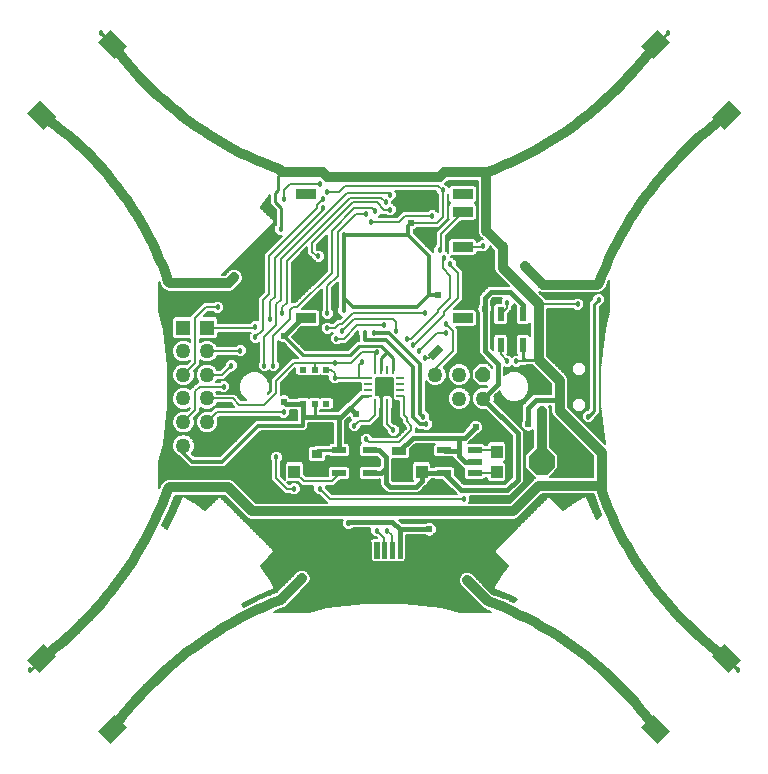
<source format=gbl>
G75*
G70*
%OFA0B0*%
%FSLAX24Y24*%
%IPPOS*%
%LPD*%
%AMOC8*
5,1,8,0,0,1.08239X$1,22.5*
%
%ADD10R,0.0472X0.0217*%
%ADD11R,0.0354X0.0276*%
%ADD12OC8,0.0850*%
%ADD13R,0.0394X0.0433*%
%ADD14R,0.0472X0.0315*%
%ADD15R,0.0110X0.0256*%
%ADD16R,0.0256X0.0110*%
%ADD17R,0.0236X0.0472*%
%ADD18C,0.0500*%
%ADD19C,0.0490*%
%ADD20C,0.0472*%
%ADD21C,0.0016*%
%ADD22C,0.0130*%
%ADD23C,0.0400*%
%ADD24C,0.0060*%
%ADD25R,0.0236X0.0197*%
%ADD26R,0.0197X0.0236*%
%ADD27R,0.0591X0.0787*%
%ADD28OC8,0.0500*%
%ADD29R,0.0500X0.0500*%
%ADD30R,0.0689X0.0354*%
%ADD31R,0.0500X0.0250*%
%ADD32C,0.0180*%
%ADD33C,0.0050*%
%ADD34C,0.0080*%
%ADD35C,0.0120*%
%ADD36C,0.0160*%
%ADD37C,0.0240*%
%ADD38C,0.0100*%
%ADD39C,0.0320*%
D10*
X022220Y020858D03*
X022220Y021606D03*
X023244Y021606D03*
X023244Y021232D03*
X023244Y020858D03*
X025720Y020858D03*
X025720Y021232D03*
X025720Y021606D03*
X026744Y021606D03*
X026744Y021232D03*
X026744Y020858D03*
D11*
X021482Y020976D03*
X021482Y021488D03*
D12*
X028982Y021232D03*
X030232Y021232D03*
D13*
X027482Y021567D03*
X027482Y020897D03*
X024982Y020897D03*
X024982Y021567D03*
X020732Y021567D03*
X020732Y020897D03*
D14*
X024232Y020878D03*
X024232Y021586D03*
D15*
X024027Y023193D03*
X023830Y023193D03*
X023633Y023193D03*
X023437Y023193D03*
X023437Y024271D03*
X023633Y024271D03*
X023830Y024271D03*
X024027Y024271D03*
D16*
X024271Y024027D03*
X024271Y023830D03*
X024271Y023633D03*
X024271Y023437D03*
X023193Y023437D03*
X023193Y023633D03*
X023193Y023830D03*
X023193Y024027D03*
D17*
X027608Y025118D03*
X027982Y025118D03*
X028356Y025118D03*
X028356Y026146D03*
X027608Y026146D03*
D18*
X026232Y024132D03*
X026232Y023332D03*
X027032Y023332D03*
X025432Y023332D03*
X025432Y024132D03*
X024762Y018292D03*
X017826Y022551D03*
X017039Y022551D03*
X017039Y023338D03*
X017039Y024126D03*
X017039Y024913D03*
X017826Y024913D03*
X017826Y024126D03*
X017826Y023338D03*
X017033Y021763D03*
D19*
X022702Y018292D03*
X022802Y018292D03*
X024662Y018292D03*
D20*
X025112Y017332D03*
X025112Y017132D03*
X022352Y017132D03*
X022352Y017332D03*
D21*
X023140Y018549D02*
X023284Y018549D01*
X023284Y018035D01*
X023140Y018035D01*
X023140Y018549D01*
X023140Y018050D02*
X023284Y018050D01*
X023284Y018065D02*
X023140Y018065D01*
X023140Y018080D02*
X023284Y018080D01*
X023284Y018095D02*
X023140Y018095D01*
X023140Y018110D02*
X023284Y018110D01*
X023284Y018125D02*
X023140Y018125D01*
X023140Y018140D02*
X023284Y018140D01*
X023284Y018155D02*
X023140Y018155D01*
X023140Y018170D02*
X023284Y018170D01*
X023284Y018185D02*
X023140Y018185D01*
X023140Y018200D02*
X023284Y018200D01*
X023284Y018215D02*
X023140Y018215D01*
X023140Y018230D02*
X023284Y018230D01*
X023284Y018245D02*
X023140Y018245D01*
X023140Y018260D02*
X023284Y018260D01*
X023284Y018275D02*
X023140Y018275D01*
X023140Y018290D02*
X023284Y018290D01*
X023284Y018305D02*
X023140Y018305D01*
X023140Y018320D02*
X023284Y018320D01*
X023284Y018335D02*
X023140Y018335D01*
X023140Y018350D02*
X023284Y018350D01*
X023284Y018365D02*
X023140Y018365D01*
X023140Y018380D02*
X023284Y018380D01*
X023284Y018395D02*
X023140Y018395D01*
X023140Y018410D02*
X023284Y018410D01*
X023284Y018425D02*
X023140Y018425D01*
X023140Y018440D02*
X023284Y018440D01*
X023284Y018455D02*
X023140Y018455D01*
X023140Y018470D02*
X023284Y018470D01*
X023284Y018485D02*
X023140Y018485D01*
X023140Y018500D02*
X023284Y018500D01*
X023284Y018515D02*
X023140Y018515D01*
X023140Y018530D02*
X023284Y018530D01*
X023284Y018545D02*
X023140Y018545D01*
X023400Y018549D02*
X023544Y018549D01*
X023544Y018035D01*
X023400Y018035D01*
X023400Y018549D01*
X023400Y018050D02*
X023544Y018050D01*
X023544Y018065D02*
X023400Y018065D01*
X023400Y018080D02*
X023544Y018080D01*
X023544Y018095D02*
X023400Y018095D01*
X023400Y018110D02*
X023544Y018110D01*
X023544Y018125D02*
X023400Y018125D01*
X023400Y018140D02*
X023544Y018140D01*
X023544Y018155D02*
X023400Y018155D01*
X023400Y018170D02*
X023544Y018170D01*
X023544Y018185D02*
X023400Y018185D01*
X023400Y018200D02*
X023544Y018200D01*
X023544Y018215D02*
X023400Y018215D01*
X023400Y018230D02*
X023544Y018230D01*
X023544Y018245D02*
X023400Y018245D01*
X023400Y018260D02*
X023544Y018260D01*
X023544Y018275D02*
X023400Y018275D01*
X023400Y018290D02*
X023544Y018290D01*
X023544Y018305D02*
X023400Y018305D01*
X023400Y018320D02*
X023544Y018320D01*
X023544Y018335D02*
X023400Y018335D01*
X023400Y018350D02*
X023544Y018350D01*
X023544Y018365D02*
X023400Y018365D01*
X023400Y018380D02*
X023544Y018380D01*
X023544Y018395D02*
X023400Y018395D01*
X023400Y018410D02*
X023544Y018410D01*
X023544Y018425D02*
X023400Y018425D01*
X023400Y018440D02*
X023544Y018440D01*
X023544Y018455D02*
X023400Y018455D01*
X023400Y018470D02*
X023544Y018470D01*
X023544Y018485D02*
X023400Y018485D01*
X023400Y018500D02*
X023544Y018500D01*
X023544Y018515D02*
X023400Y018515D01*
X023400Y018530D02*
X023544Y018530D01*
X023544Y018545D02*
X023400Y018545D01*
X023660Y018549D02*
X023804Y018549D01*
X023804Y018035D01*
X023660Y018035D01*
X023660Y018549D01*
X023660Y018050D02*
X023804Y018050D01*
X023804Y018065D02*
X023660Y018065D01*
X023660Y018080D02*
X023804Y018080D01*
X023804Y018095D02*
X023660Y018095D01*
X023660Y018110D02*
X023804Y018110D01*
X023804Y018125D02*
X023660Y018125D01*
X023660Y018140D02*
X023804Y018140D01*
X023804Y018155D02*
X023660Y018155D01*
X023660Y018170D02*
X023804Y018170D01*
X023804Y018185D02*
X023660Y018185D01*
X023660Y018200D02*
X023804Y018200D01*
X023804Y018215D02*
X023660Y018215D01*
X023660Y018230D02*
X023804Y018230D01*
X023804Y018245D02*
X023660Y018245D01*
X023660Y018260D02*
X023804Y018260D01*
X023804Y018275D02*
X023660Y018275D01*
X023660Y018290D02*
X023804Y018290D01*
X023804Y018305D02*
X023660Y018305D01*
X023660Y018320D02*
X023804Y018320D01*
X023804Y018335D02*
X023660Y018335D01*
X023660Y018350D02*
X023804Y018350D01*
X023804Y018365D02*
X023660Y018365D01*
X023660Y018380D02*
X023804Y018380D01*
X023804Y018395D02*
X023660Y018395D01*
X023660Y018410D02*
X023804Y018410D01*
X023804Y018425D02*
X023660Y018425D01*
X023660Y018440D02*
X023804Y018440D01*
X023804Y018455D02*
X023660Y018455D01*
X023660Y018470D02*
X023804Y018470D01*
X023804Y018485D02*
X023660Y018485D01*
X023660Y018500D02*
X023804Y018500D01*
X023804Y018515D02*
X023660Y018515D01*
X023660Y018530D02*
X023804Y018530D01*
X023804Y018545D02*
X023660Y018545D01*
X023920Y018549D02*
X024064Y018549D01*
X024064Y018035D01*
X023920Y018035D01*
X023920Y018549D01*
X023920Y018050D02*
X024064Y018050D01*
X024064Y018065D02*
X023920Y018065D01*
X023920Y018080D02*
X024064Y018080D01*
X024064Y018095D02*
X023920Y018095D01*
X023920Y018110D02*
X024064Y018110D01*
X024064Y018125D02*
X023920Y018125D01*
X023920Y018140D02*
X024064Y018140D01*
X024064Y018155D02*
X023920Y018155D01*
X023920Y018170D02*
X024064Y018170D01*
X024064Y018185D02*
X023920Y018185D01*
X023920Y018200D02*
X024064Y018200D01*
X024064Y018215D02*
X023920Y018215D01*
X023920Y018230D02*
X024064Y018230D01*
X024064Y018245D02*
X023920Y018245D01*
X023920Y018260D02*
X024064Y018260D01*
X024064Y018275D02*
X023920Y018275D01*
X023920Y018290D02*
X024064Y018290D01*
X024064Y018305D02*
X023920Y018305D01*
X023920Y018320D02*
X024064Y018320D01*
X024064Y018335D02*
X023920Y018335D01*
X023920Y018350D02*
X024064Y018350D01*
X024064Y018365D02*
X023920Y018365D01*
X023920Y018380D02*
X024064Y018380D01*
X024064Y018395D02*
X023920Y018395D01*
X023920Y018410D02*
X024064Y018410D01*
X024064Y018425D02*
X023920Y018425D01*
X023920Y018440D02*
X024064Y018440D01*
X024064Y018455D02*
X023920Y018455D01*
X023920Y018470D02*
X024064Y018470D01*
X024064Y018485D02*
X023920Y018485D01*
X023920Y018500D02*
X024064Y018500D01*
X024064Y018515D02*
X023920Y018515D01*
X023920Y018530D02*
X024064Y018530D01*
X024064Y018545D02*
X023920Y018545D01*
X024180Y018549D02*
X024324Y018549D01*
X024324Y018035D01*
X024180Y018035D01*
X024180Y018549D01*
X024180Y018050D02*
X024324Y018050D01*
X024324Y018065D02*
X024180Y018065D01*
X024180Y018080D02*
X024324Y018080D01*
X024324Y018095D02*
X024180Y018095D01*
X024180Y018110D02*
X024324Y018110D01*
X024324Y018125D02*
X024180Y018125D01*
X024180Y018140D02*
X024324Y018140D01*
X024324Y018155D02*
X024180Y018155D01*
X024180Y018170D02*
X024324Y018170D01*
X024324Y018185D02*
X024180Y018185D01*
X024180Y018200D02*
X024324Y018200D01*
X024324Y018215D02*
X024180Y018215D01*
X024180Y018230D02*
X024324Y018230D01*
X024324Y018245D02*
X024180Y018245D01*
X024180Y018260D02*
X024324Y018260D01*
X024324Y018275D02*
X024180Y018275D01*
X024180Y018290D02*
X024324Y018290D01*
X024324Y018305D02*
X024180Y018305D01*
X024180Y018320D02*
X024324Y018320D01*
X024324Y018335D02*
X024180Y018335D01*
X024180Y018350D02*
X024324Y018350D01*
X024324Y018365D02*
X024180Y018365D01*
X024180Y018380D02*
X024324Y018380D01*
X024324Y018395D02*
X024180Y018395D01*
X024180Y018410D02*
X024324Y018410D01*
X024324Y018425D02*
X024180Y018425D01*
X024180Y018440D02*
X024324Y018440D01*
X024324Y018455D02*
X024180Y018455D01*
X024180Y018470D02*
X024324Y018470D01*
X024324Y018485D02*
X024180Y018485D01*
X024180Y018500D02*
X024324Y018500D01*
X024324Y018515D02*
X024180Y018515D01*
X024180Y018530D02*
X024324Y018530D01*
X024324Y018545D02*
X024180Y018545D01*
D22*
X024747Y017492D02*
X025317Y017492D01*
X025317Y016972D01*
X024747Y016972D01*
X024747Y017492D01*
X024747Y017101D02*
X025317Y017101D01*
X025317Y017230D02*
X024747Y017230D01*
X024747Y017359D02*
X025317Y017359D01*
X025317Y017488D02*
X024747Y017488D01*
X022717Y017492D02*
X022147Y017492D01*
X022717Y017492D02*
X022717Y016972D01*
X022147Y016972D01*
X022147Y017492D01*
X022147Y017101D02*
X022717Y017101D01*
X022717Y017230D02*
X022147Y017230D01*
X022147Y017359D02*
X022717Y017359D01*
X022717Y017488D02*
X022147Y017488D01*
D23*
X022652Y018342D02*
X022852Y018342D01*
X022852Y018242D01*
X022652Y018242D01*
X022652Y018342D01*
X024612Y018342D02*
X024812Y018342D01*
X024812Y018242D01*
X024612Y018242D01*
X024612Y018342D01*
D24*
X024422Y017502D02*
X023842Y017502D01*
X024422Y017502D02*
X024422Y016962D01*
X023842Y016962D01*
X023842Y017502D01*
X023842Y017021D02*
X024422Y017021D01*
X024422Y017080D02*
X023842Y017080D01*
X023842Y017139D02*
X024422Y017139D01*
X024422Y017198D02*
X023842Y017198D01*
X023842Y017257D02*
X024422Y017257D01*
X024422Y017316D02*
X023842Y017316D01*
X023842Y017375D02*
X024422Y017375D01*
X024422Y017434D02*
X023842Y017434D01*
X023842Y017493D02*
X024422Y017493D01*
X023622Y017502D02*
X023042Y017502D01*
X023622Y017502D02*
X023622Y016962D01*
X023042Y016962D01*
X023042Y017502D01*
X023042Y017021D02*
X023622Y017021D01*
X023622Y017080D02*
X023042Y017080D01*
X023042Y017139D02*
X023622Y017139D01*
X023622Y017198D02*
X023042Y017198D01*
X023042Y017257D02*
X023622Y017257D01*
X023622Y017316D02*
X023042Y017316D01*
X023042Y017375D02*
X023622Y017375D01*
X023622Y017434D02*
X023042Y017434D01*
X023042Y017493D02*
X023622Y017493D01*
D25*
X021803Y023161D03*
X021409Y023161D03*
X021015Y023161D03*
X021015Y024303D03*
X021409Y024303D03*
X021803Y024303D03*
D26*
X021803Y023732D03*
D27*
G36*
X012801Y032718D02*
X012384Y032301D01*
X011829Y032856D01*
X012246Y033273D01*
X012801Y032718D01*
G37*
G36*
X015163Y035080D02*
X014746Y034663D01*
X014191Y035218D01*
X014608Y035635D01*
X015163Y035080D01*
G37*
G36*
X032856Y035635D02*
X033273Y035218D01*
X032718Y034663D01*
X032301Y035080D01*
X032856Y035635D01*
G37*
G36*
X035218Y033273D02*
X035635Y032856D01*
X035080Y032301D01*
X034663Y032718D01*
X035218Y033273D01*
G37*
G36*
X034663Y014746D02*
X035080Y015163D01*
X035635Y014608D01*
X035218Y014191D01*
X034663Y014746D01*
G37*
G36*
X032301Y012384D02*
X032718Y012801D01*
X033273Y012246D01*
X032856Y011829D01*
X032301Y012384D01*
G37*
G36*
X014746Y012801D02*
X015163Y012384D01*
X014608Y011829D01*
X014191Y012246D01*
X014746Y012801D01*
G37*
G36*
X012384Y015163D02*
X012801Y014746D01*
X012246Y014191D01*
X011829Y014608D01*
X012384Y015163D01*
G37*
D28*
X027032Y024132D03*
D29*
X017826Y025700D03*
X017039Y025700D03*
X017833Y021763D03*
D30*
X021124Y026011D03*
X021124Y027783D03*
X021124Y030145D03*
X026340Y030145D03*
X026340Y029554D03*
X026340Y028373D03*
X026340Y026011D03*
D31*
G36*
X025167Y024794D02*
X025520Y025147D01*
X025697Y024970D01*
X025344Y024617D01*
X025167Y024794D01*
G37*
D32*
X011932Y014282D03*
X016382Y020782D03*
X019032Y020982D03*
X019382Y021782D03*
X019882Y022032D03*
X020132Y021382D03*
X021132Y021182D03*
X021032Y020332D03*
X020732Y020332D03*
X021582Y020332D03*
X022332Y020482D03*
X023032Y021182D03*
X023132Y021982D03*
X023032Y022282D03*
X022732Y022432D03*
X021632Y022032D03*
X020982Y022032D03*
X020382Y022882D03*
X019382Y022632D03*
X018382Y023732D03*
X018632Y024432D03*
X018932Y024932D03*
X019432Y025382D03*
X019432Y025732D03*
X019932Y025982D03*
X020332Y026182D03*
X020832Y025432D03*
X021582Y025232D03*
X021832Y025682D03*
X022132Y025332D03*
X022132Y025032D03*
X022082Y024532D03*
X022082Y024032D03*
X022182Y023532D03*
X023001Y024551D03*
X023482Y024882D03*
X023382Y025532D03*
X023082Y025532D03*
X022682Y025282D03*
X022332Y025582D03*
X022382Y026282D03*
X022032Y026382D03*
X021832Y026182D03*
X021682Y027732D03*
X021532Y028082D03*
X021732Y028582D03*
X022382Y028782D03*
X023282Y029232D03*
X023132Y029482D03*
X023432Y029582D03*
X023782Y029882D03*
X023932Y030132D03*
X023932Y029632D03*
X024632Y029732D03*
X025332Y029432D03*
X025332Y030182D03*
X025682Y030282D03*
X026732Y030532D03*
X025882Y028732D03*
X025382Y028882D03*
X024832Y028882D03*
X025582Y028282D03*
X025732Y028032D03*
X025932Y027832D03*
X027032Y028432D03*
X027082Y027732D03*
X027832Y026532D03*
X027982Y025532D03*
X028132Y024582D03*
X027832Y024582D03*
X028032Y023032D03*
X028532Y021782D03*
X027682Y019932D03*
X027182Y019932D03*
X026382Y019982D03*
X025782Y020332D03*
X024182Y021182D03*
X024032Y022282D03*
X024332Y022382D03*
X025032Y022732D03*
X025132Y022482D03*
X025482Y022432D03*
X025782Y022432D03*
X025082Y024682D03*
X024882Y024932D03*
X024682Y025132D03*
X024482Y025332D03*
X024132Y025582D03*
X023732Y025782D03*
X025082Y026182D03*
X025782Y025832D03*
X025782Y025532D03*
X029732Y025682D03*
X030182Y026482D03*
X030882Y026632D03*
X030532Y022732D03*
X023832Y018932D03*
X023482Y018932D03*
X022532Y019182D03*
X020632Y018482D03*
X020182Y018932D03*
X019432Y024382D03*
X019732Y024432D03*
X020032Y024432D03*
X018282Y025282D03*
X018232Y026082D03*
X018182Y026382D03*
X017482Y026782D03*
X016332Y026332D03*
X019382Y027282D03*
X019482Y028132D03*
X019782Y028482D03*
X020282Y028982D03*
X019982Y029582D03*
X020382Y029982D03*
X021582Y030482D03*
X021832Y030232D03*
X021682Y029982D03*
X021682Y029682D03*
X020882Y027882D03*
X014282Y035532D03*
X033182Y035532D03*
X035532Y014282D03*
D33*
X030817Y019317D02*
X030749Y019450D01*
X030514Y019998D01*
X030516Y020004D01*
X030501Y020029D01*
X030490Y020056D01*
X030484Y020059D01*
X030480Y020065D01*
X030452Y020072D01*
X030426Y020084D01*
X030419Y020081D01*
X030412Y020083D01*
X030387Y020068D01*
X030361Y020057D01*
X030358Y020051D01*
X029998Y019839D01*
X029998Y019839D01*
X029704Y019612D01*
X029259Y020057D01*
X029189Y020057D01*
X029139Y020007D01*
X027407Y018275D01*
X027407Y018205D01*
X027457Y018155D01*
X027851Y017760D01*
X027625Y017466D01*
X027413Y017106D01*
X027406Y017103D01*
X027396Y017076D01*
X027381Y017052D01*
X027383Y017045D01*
X027380Y017038D01*
X027392Y017011D01*
X027399Y016984D01*
X027405Y016980D01*
X027408Y016973D01*
X027435Y016963D01*
X027459Y016948D01*
X027465Y016950D01*
X028014Y016715D01*
X028147Y016647D01*
X028045Y016545D01*
X027853Y016638D01*
X027339Y016828D01*
X026653Y017514D01*
X026549Y017557D01*
X026435Y017557D01*
X026330Y017514D01*
X026250Y017433D01*
X026207Y017329D01*
X026207Y017215D01*
X026250Y017110D01*
X026944Y016416D01*
X026947Y016411D01*
X026984Y016376D01*
X027020Y016340D01*
X027026Y016338D01*
X027030Y016334D01*
X027078Y016316D01*
X027125Y016297D01*
X027128Y016297D01*
X027291Y016232D01*
X026257Y016232D01*
X025641Y016381D01*
X025641Y016381D01*
X024371Y016533D01*
X023093Y016533D01*
X021823Y016381D01*
X021207Y016232D01*
X020062Y016232D01*
X020340Y016347D01*
X020388Y016367D01*
X020438Y016387D01*
X020440Y016389D01*
X020443Y016390D01*
X020481Y016428D01*
X020520Y016465D01*
X020521Y016468D01*
X021234Y017180D01*
X021277Y017285D01*
X021277Y017399D01*
X021234Y017503D01*
X021153Y017584D01*
X021049Y017627D01*
X020935Y017627D01*
X020830Y017584D01*
X020123Y016876D01*
X019608Y016676D01*
X019062Y016402D01*
X018986Y016478D01*
X019450Y016715D01*
X019998Y016950D01*
X020004Y016948D01*
X020029Y016963D01*
X020056Y016973D01*
X020059Y016980D01*
X020065Y016984D01*
X020072Y017011D01*
X020084Y017038D01*
X020081Y017045D01*
X020083Y017052D01*
X020068Y017076D01*
X020057Y017103D01*
X020051Y017106D01*
X019839Y017466D01*
X019612Y017760D01*
X020057Y018205D01*
X020057Y018275D01*
X020007Y018325D01*
X018275Y020057D01*
X018205Y020057D01*
X018155Y020007D01*
X017760Y019612D01*
X017466Y019839D01*
X017106Y020051D01*
X017103Y020057D01*
X017076Y020068D01*
X017052Y020083D01*
X017045Y020081D01*
X017038Y020084D01*
X017011Y020072D01*
X016984Y020065D01*
X016980Y020059D01*
X016973Y020056D01*
X016963Y020029D01*
X016948Y020004D01*
X016950Y019998D01*
X016715Y019450D01*
X016478Y018986D01*
X016334Y019130D01*
X016589Y019661D01*
X016749Y020097D01*
X018414Y020097D01*
X019090Y019420D01*
X019170Y019340D01*
X019275Y019297D01*
X022343Y019297D01*
X022317Y019271D01*
X022317Y019093D01*
X022443Y018967D01*
X022621Y018967D01*
X022681Y019027D01*
X023273Y019027D01*
X023267Y019021D01*
X023267Y018843D01*
X023393Y018717D01*
X023464Y018717D01*
X023499Y018682D01*
X023345Y018682D01*
X023267Y018604D01*
X023267Y017980D01*
X023345Y017902D01*
X023599Y017902D01*
X023602Y017905D01*
X023605Y017902D01*
X023859Y017902D01*
X023862Y017905D01*
X023865Y017902D01*
X024119Y017902D01*
X024122Y017905D01*
X024125Y017902D01*
X024379Y017902D01*
X024457Y017980D01*
X024457Y018777D01*
X025090Y018777D01*
X025093Y018774D01*
X025183Y018737D01*
X025281Y018737D01*
X025371Y018774D01*
X025440Y018843D01*
X025477Y018933D01*
X025477Y019031D01*
X025440Y019121D01*
X025371Y019190D01*
X025281Y019227D01*
X025183Y019227D01*
X025093Y019190D01*
X025090Y019187D01*
X024337Y019187D01*
X024227Y019297D01*
X028089Y019297D01*
X028193Y019340D01*
X029000Y020147D01*
X030709Y020147D01*
X030716Y020128D01*
X030921Y019569D01*
X030969Y019469D01*
X030817Y019317D01*
X030816Y019318D02*
X030818Y019318D01*
X030791Y019367D02*
X030867Y019367D01*
X030915Y019415D02*
X030766Y019415D01*
X030743Y019464D02*
X030964Y019464D01*
X030948Y019512D02*
X030722Y019512D01*
X030701Y019561D02*
X030925Y019561D01*
X030921Y019569D02*
X030921Y019569D01*
X030906Y019609D02*
X030680Y019609D01*
X030660Y019658D02*
X030888Y019658D01*
X030871Y019706D02*
X030639Y019706D01*
X030618Y019755D02*
X030853Y019755D01*
X030835Y019803D02*
X030598Y019803D01*
X030577Y019852D02*
X030817Y019852D01*
X030800Y019900D02*
X030556Y019900D01*
X030535Y019949D02*
X030782Y019949D01*
X030764Y019997D02*
X030515Y019997D01*
X030495Y020046D02*
X030746Y020046D01*
X030729Y020094D02*
X028947Y020094D01*
X028899Y020046D02*
X029178Y020046D01*
X029129Y019997D02*
X028850Y019997D01*
X028802Y019949D02*
X029081Y019949D01*
X029032Y019900D02*
X028753Y019900D01*
X028705Y019852D02*
X028984Y019852D01*
X028935Y019803D02*
X028656Y019803D01*
X028608Y019755D02*
X028887Y019755D01*
X028838Y019706D02*
X028559Y019706D01*
X028511Y019658D02*
X028790Y019658D01*
X028741Y019609D02*
X028462Y019609D01*
X028414Y019561D02*
X028693Y019561D01*
X028644Y019512D02*
X028365Y019512D01*
X028317Y019464D02*
X028596Y019464D01*
X028547Y019415D02*
X028268Y019415D01*
X028220Y019367D02*
X028499Y019367D01*
X028450Y019318D02*
X028140Y019318D01*
X028305Y019173D02*
X025387Y019173D01*
X025436Y019124D02*
X028256Y019124D01*
X028208Y019076D02*
X025458Y019076D01*
X025477Y019027D02*
X028159Y019027D01*
X028111Y018979D02*
X025477Y018979D01*
X025476Y018930D02*
X028062Y018930D01*
X028014Y018882D02*
X025456Y018882D01*
X025430Y018833D02*
X027965Y018833D01*
X027917Y018785D02*
X025381Y018785D01*
X025294Y019221D02*
X028353Y019221D01*
X028402Y019270D02*
X024254Y019270D01*
X024302Y019221D02*
X025170Y019221D01*
X024457Y018736D02*
X027868Y018736D01*
X027820Y018688D02*
X024457Y018688D01*
X024457Y018639D02*
X027771Y018639D01*
X027723Y018591D02*
X024457Y018591D01*
X024457Y018542D02*
X027674Y018542D01*
X027626Y018494D02*
X024457Y018494D01*
X024457Y018445D02*
X027577Y018445D01*
X027529Y018397D02*
X024457Y018397D01*
X024457Y018348D02*
X027480Y018348D01*
X027432Y018300D02*
X024457Y018300D01*
X024457Y018251D02*
X027407Y018251D01*
X027409Y018203D02*
X024457Y018203D01*
X024457Y018154D02*
X027457Y018154D01*
X027506Y018106D02*
X024457Y018106D01*
X024457Y018057D02*
X027554Y018057D01*
X027603Y018009D02*
X024457Y018009D01*
X024437Y017960D02*
X027651Y017960D01*
X027700Y017912D02*
X024389Y017912D01*
X023335Y017912D02*
X019764Y017912D01*
X019813Y017960D02*
X023286Y017960D01*
X023267Y018009D02*
X019861Y018009D01*
X019910Y018057D02*
X023267Y018057D01*
X023267Y018106D02*
X019958Y018106D01*
X020007Y018154D02*
X023267Y018154D01*
X023267Y018203D02*
X020055Y018203D01*
X020057Y018251D02*
X023267Y018251D01*
X023267Y018300D02*
X020032Y018300D01*
X019983Y018348D02*
X023267Y018348D01*
X023267Y018397D02*
X019935Y018397D01*
X019886Y018445D02*
X023267Y018445D01*
X023267Y018494D02*
X019838Y018494D01*
X019789Y018542D02*
X023267Y018542D01*
X023267Y018591D02*
X019741Y018591D01*
X019692Y018639D02*
X023302Y018639D01*
X023373Y018736D02*
X019595Y018736D01*
X019547Y018785D02*
X023325Y018785D01*
X023276Y018833D02*
X019498Y018833D01*
X019450Y018882D02*
X023267Y018882D01*
X023267Y018930D02*
X019401Y018930D01*
X019353Y018979D02*
X022431Y018979D01*
X022382Y019027D02*
X019304Y019027D01*
X019256Y019076D02*
X022334Y019076D01*
X022317Y019124D02*
X019207Y019124D01*
X019159Y019173D02*
X022317Y019173D01*
X022317Y019221D02*
X019110Y019221D01*
X019062Y019270D02*
X022317Y019270D01*
X022633Y018979D02*
X023267Y018979D01*
X023493Y018688D02*
X019644Y018688D01*
X019223Y019318D02*
X019013Y019318D01*
X018965Y019367D02*
X019144Y019367D01*
X019095Y019415D02*
X018916Y019415D01*
X018868Y019464D02*
X019047Y019464D01*
X018998Y019512D02*
X018819Y019512D01*
X018771Y019561D02*
X018950Y019561D01*
X018901Y019609D02*
X018722Y019609D01*
X018674Y019658D02*
X018853Y019658D01*
X018804Y019706D02*
X018625Y019706D01*
X018577Y019755D02*
X018756Y019755D01*
X018707Y019803D02*
X018528Y019803D01*
X018480Y019852D02*
X018659Y019852D01*
X018610Y019900D02*
X018431Y019900D01*
X018383Y019949D02*
X018562Y019949D01*
X018513Y019997D02*
X018334Y019997D01*
X018286Y020046D02*
X018465Y020046D01*
X018416Y020094D02*
X016748Y020094D01*
X016731Y020046D02*
X016969Y020046D01*
X016949Y019997D02*
X016713Y019997D01*
X016695Y019949D02*
X016928Y019949D01*
X016908Y019900D02*
X016677Y019900D01*
X016659Y019852D02*
X016887Y019852D01*
X016866Y019803D02*
X016642Y019803D01*
X016624Y019755D02*
X016846Y019755D01*
X016825Y019706D02*
X016606Y019706D01*
X016589Y019661D02*
X016589Y019661D01*
X016588Y019658D02*
X016804Y019658D01*
X016783Y019609D02*
X016565Y019609D01*
X016541Y019561D02*
X016763Y019561D01*
X016742Y019512D02*
X016518Y019512D01*
X016495Y019464D02*
X016721Y019464D01*
X016698Y019415D02*
X016472Y019415D01*
X016448Y019367D02*
X016673Y019367D01*
X016648Y019318D02*
X016425Y019318D01*
X016402Y019270D02*
X016623Y019270D01*
X016599Y019221D02*
X016378Y019221D01*
X016355Y019173D02*
X016574Y019173D01*
X016549Y019124D02*
X016339Y019124D01*
X016388Y019076D02*
X016524Y019076D01*
X016500Y019027D02*
X016436Y019027D01*
X017114Y020046D02*
X018194Y020046D01*
X018155Y020007D02*
X018155Y020007D01*
X018145Y019997D02*
X017197Y019997D01*
X017279Y019949D02*
X018097Y019949D01*
X018048Y019900D02*
X017361Y019900D01*
X017444Y019852D02*
X018000Y019852D01*
X017951Y019803D02*
X017512Y019803D01*
X017466Y019839D02*
X017466Y019839D01*
X017575Y019755D02*
X017903Y019755D01*
X017854Y019706D02*
X017638Y019706D01*
X017701Y019658D02*
X017806Y019658D01*
X018589Y020667D02*
X016525Y020667D01*
X016420Y020624D01*
X016366Y020569D01*
X016361Y020567D01*
X016326Y020529D01*
X016290Y020493D01*
X016288Y020488D01*
X016284Y020483D01*
X016266Y020436D01*
X016247Y020389D01*
X016247Y020386D01*
X016232Y020348D01*
X016232Y021207D01*
X016381Y021823D01*
X016533Y023093D01*
X016533Y024371D01*
X016381Y025641D01*
X016232Y026257D01*
X016232Y027220D01*
X016247Y027180D01*
X016247Y027175D01*
X016265Y027131D01*
X016281Y027085D01*
X016287Y027079D01*
X016290Y027070D01*
X016324Y027036D01*
X016356Y027000D01*
X016364Y026996D01*
X016420Y026940D01*
X016525Y026897D01*
X018489Y026897D01*
X018493Y026896D01*
X018546Y026897D01*
X018599Y026897D01*
X018602Y026898D01*
X018606Y026898D01*
X018654Y026920D01*
X018703Y026940D01*
X018706Y026943D01*
X018709Y026944D01*
X018746Y026983D01*
X018784Y027020D01*
X018785Y027024D01*
X018978Y027227D01*
X019018Y027333D01*
X019015Y027446D01*
X018969Y027549D01*
X018887Y027628D01*
X018781Y027668D01*
X018668Y027665D01*
X018564Y027619D01*
X018420Y027467D01*
X018335Y027467D01*
X020057Y029189D01*
X020057Y029259D01*
X020007Y029309D01*
X019612Y029704D01*
X019839Y029998D01*
X019907Y030113D01*
X019907Y029809D01*
X020107Y029609D01*
X020107Y029111D01*
X020067Y029071D01*
X020067Y028893D01*
X020193Y028767D01*
X020334Y028767D01*
X019717Y028150D01*
X019717Y026900D01*
X019614Y026797D01*
X019517Y026700D01*
X019517Y025947D01*
X019343Y025947D01*
X019261Y025865D01*
X018201Y025865D01*
X018201Y026002D01*
X018128Y026075D01*
X017709Y026075D01*
X017850Y026217D01*
X018043Y026217D01*
X018093Y026167D01*
X018271Y026167D01*
X018397Y026293D01*
X018397Y026471D01*
X018271Y026597D01*
X018093Y026597D01*
X018043Y026547D01*
X017714Y026547D01*
X017617Y026450D01*
X017267Y026100D01*
X017267Y026075D01*
X016737Y026075D01*
X016664Y026002D01*
X016664Y025399D01*
X016737Y025325D01*
X017267Y025325D01*
X017267Y025215D01*
X017251Y025231D01*
X017114Y025288D01*
X016964Y025288D01*
X016827Y025231D01*
X016721Y025125D01*
X016664Y024988D01*
X016664Y024838D01*
X016721Y024701D01*
X016827Y024595D01*
X016964Y024538D01*
X017114Y024538D01*
X017251Y024595D01*
X017267Y024611D01*
X017267Y024587D01*
X017161Y024481D01*
X017114Y024501D01*
X016964Y024501D01*
X016827Y024443D01*
X016721Y024338D01*
X016664Y024200D01*
X016664Y024051D01*
X016721Y023913D01*
X016827Y023808D01*
X016964Y023751D01*
X017114Y023751D01*
X017251Y023808D01*
X017357Y023913D01*
X017414Y024051D01*
X017414Y024200D01*
X017394Y024248D01*
X017500Y024354D01*
X017597Y024450D01*
X017597Y024612D01*
X017614Y024595D01*
X017752Y024538D01*
X017901Y024538D01*
X018039Y024595D01*
X018144Y024701D01*
X018164Y024748D01*
X018812Y024748D01*
X018843Y024717D01*
X019021Y024717D01*
X019147Y024843D01*
X019147Y025021D01*
X019021Y025147D01*
X018843Y025147D01*
X018774Y025078D01*
X018164Y025078D01*
X018144Y025125D01*
X018039Y025231D01*
X017901Y025288D01*
X017752Y025288D01*
X017614Y025231D01*
X017597Y025214D01*
X017597Y025325D01*
X018128Y025325D01*
X018201Y025399D01*
X018201Y025535D01*
X019281Y025535D01*
X019217Y025471D01*
X019217Y025293D01*
X019343Y025167D01*
X019521Y025167D01*
X019567Y025213D01*
X019567Y024571D01*
X019517Y024521D01*
X019517Y024343D01*
X019643Y024217D01*
X019558Y024217D01*
X019502Y024240D02*
X019300Y024240D01*
X019113Y024163D01*
X018970Y024020D01*
X018893Y023833D01*
X018893Y023631D01*
X018970Y023444D01*
X019113Y023301D01*
X019124Y023297D01*
X018950Y023297D01*
X018841Y023407D01*
X018744Y023503D01*
X018164Y023503D01*
X018144Y023551D01*
X018128Y023567D01*
X018243Y023567D01*
X018293Y023517D01*
X018471Y023517D01*
X018597Y023643D01*
X018597Y023821D01*
X018471Y023947D01*
X018293Y023947D01*
X018243Y023897D01*
X018128Y023897D01*
X018144Y023913D01*
X018164Y023961D01*
X018394Y023961D01*
X018650Y024217D01*
X018721Y024217D01*
X019244Y024217D01*
X019127Y024168D02*
X018602Y024168D01*
X018553Y024120D02*
X019071Y024120D01*
X019022Y024071D02*
X018505Y024071D01*
X018456Y024023D02*
X018974Y024023D01*
X018952Y023974D02*
X018408Y023974D01*
X018492Y023926D02*
X018932Y023926D01*
X018912Y023877D02*
X018540Y023877D01*
X018589Y023829D02*
X018893Y023829D01*
X018893Y023780D02*
X018597Y023780D01*
X018597Y023732D02*
X018893Y023732D01*
X018893Y023683D02*
X018597Y023683D01*
X018589Y023635D02*
X018893Y023635D01*
X018912Y023586D02*
X018540Y023586D01*
X018492Y023538D02*
X018932Y023538D01*
X018952Y023489D02*
X018758Y023489D01*
X018806Y023441D02*
X018974Y023441D01*
X019022Y023392D02*
X018855Y023392D01*
X018903Y023344D02*
X019071Y023344D01*
X018734Y023047D02*
X018089Y023047D01*
X017948Y022906D01*
X017901Y022926D01*
X017752Y022926D01*
X017614Y022869D01*
X017508Y022763D01*
X017451Y022625D01*
X017451Y022476D01*
X017508Y022338D01*
X017614Y022233D01*
X017752Y022176D01*
X017901Y022176D01*
X018039Y022233D01*
X018144Y022338D01*
X018201Y022476D01*
X018201Y022625D01*
X018182Y022673D01*
X018226Y022717D01*
X020243Y022717D01*
X020293Y022667D01*
X020471Y022667D01*
X020597Y022793D01*
X020597Y022956D01*
X020810Y022956D01*
X020810Y022647D01*
X020830Y022627D01*
X020830Y022617D01*
X019455Y022617D01*
X019347Y022509D01*
X018255Y021417D01*
X017409Y021417D01*
X017313Y021513D01*
X017351Y021551D01*
X017408Y021689D01*
X017408Y021838D01*
X017351Y021976D01*
X017245Y022081D01*
X017107Y022138D01*
X016958Y022138D01*
X016820Y022081D01*
X016715Y021976D01*
X016658Y021838D01*
X016658Y021689D01*
X016715Y021551D01*
X016820Y021445D01*
X016882Y021420D01*
X017147Y021155D01*
X017255Y021047D01*
X018409Y021047D01*
X019609Y022247D01*
X021092Y022247D01*
X021200Y022355D01*
X021200Y022527D01*
X022015Y022527D01*
X022015Y021839D01*
X021932Y021839D01*
X021874Y021781D01*
X021409Y021781D01*
X021379Y021751D01*
X021253Y021751D01*
X021180Y021677D01*
X021180Y021298D01*
X021253Y021225D01*
X021711Y021225D01*
X021784Y021298D01*
X021784Y021431D01*
X021874Y021431D01*
X021932Y021373D01*
X022508Y021373D01*
X022581Y021446D01*
X022581Y021766D01*
X022508Y021839D01*
X022425Y021839D01*
X022425Y022585D01*
X022562Y022722D01*
X022574Y022693D01*
X022632Y022636D01*
X022517Y022521D01*
X022517Y022343D01*
X022643Y022217D01*
X022821Y022217D01*
X022947Y022343D01*
X022947Y022414D01*
X022950Y022417D01*
X023300Y022417D01*
X023397Y022514D01*
X023602Y022718D01*
X023602Y022998D01*
X023617Y023013D01*
X023617Y023372D01*
X023544Y023445D01*
X023445Y023445D01*
X023445Y024018D01*
X024018Y024018D01*
X024018Y023330D01*
X024092Y023256D01*
X024217Y023256D01*
X024217Y022714D01*
X024317Y022614D01*
X024317Y022514D01*
X024414Y022417D01*
X024467Y022364D01*
X024467Y022350D01*
X024164Y022047D01*
X023347Y022047D01*
X023347Y022071D01*
X023221Y022197D01*
X023043Y022197D01*
X022917Y022071D01*
X022917Y021893D01*
X022971Y021839D01*
X022956Y021839D01*
X022883Y021766D01*
X022883Y021446D01*
X022956Y021373D01*
X023501Y021373D01*
X023577Y021297D01*
X023577Y021117D01*
X023541Y021081D01*
X023532Y021091D01*
X022956Y021091D01*
X022883Y021018D01*
X022883Y020698D01*
X022956Y020625D01*
X023532Y020625D01*
X023560Y020653D01*
X023577Y020653D01*
X023577Y020447D01*
X023697Y020327D01*
X023847Y020177D01*
X024867Y020177D01*
X024987Y020297D01*
X025067Y020377D01*
X025187Y020497D01*
X025187Y020556D01*
X025231Y020556D01*
X025304Y020629D01*
X025304Y020653D01*
X025404Y020653D01*
X025432Y020625D01*
X025663Y020625D01*
X026141Y020147D01*
X022000Y020147D01*
X021797Y020350D01*
X021797Y020417D01*
X022050Y020417D01*
X022258Y020625D01*
X022508Y020625D01*
X022581Y020698D01*
X022581Y021018D01*
X022508Y021091D01*
X021932Y021091D01*
X021859Y021018D01*
X021859Y020747D01*
X021116Y020747D01*
X021054Y020809D01*
X021054Y021166D01*
X020981Y021239D01*
X020483Y021239D01*
X020410Y021166D01*
X020410Y020637D01*
X020297Y020750D01*
X020297Y021243D01*
X020347Y021293D01*
X020347Y021471D01*
X020221Y021597D01*
X020043Y021597D01*
X019917Y021471D01*
X019917Y021293D01*
X019967Y021243D01*
X019967Y020614D01*
X020317Y020264D01*
X020414Y020167D01*
X020593Y020167D01*
X020643Y020117D01*
X020821Y020117D01*
X020947Y020243D01*
X020947Y020421D01*
X020821Y020547D01*
X020643Y020547D01*
X020593Y020497D01*
X020550Y020497D01*
X020491Y020556D01*
X020840Y020556D01*
X020882Y020514D01*
X020979Y020417D01*
X021367Y020417D01*
X021367Y020243D01*
X021493Y020117D01*
X021564Y020117D01*
X021767Y019914D01*
X021814Y019867D01*
X019450Y019867D01*
X018693Y020624D01*
X018589Y020667D01*
X018683Y020628D02*
X019967Y020628D01*
X019967Y020676D02*
X016232Y020676D01*
X016232Y020628D02*
X016431Y020628D01*
X016376Y020579D02*
X016232Y020579D01*
X016232Y020531D02*
X016328Y020531D01*
X016284Y020482D02*
X016232Y020482D01*
X016232Y020434D02*
X016266Y020434D01*
X016247Y020385D02*
X016232Y020385D01*
X016232Y020725D02*
X019967Y020725D01*
X019967Y020773D02*
X016232Y020773D01*
X016232Y020822D02*
X019967Y020822D01*
X019967Y020870D02*
X016232Y020870D01*
X016232Y020919D02*
X019967Y020919D01*
X019967Y020967D02*
X016232Y020967D01*
X016232Y021016D02*
X019967Y021016D01*
X019967Y021064D02*
X018426Y021064D01*
X018475Y021113D02*
X019967Y021113D01*
X019967Y021161D02*
X018523Y021161D01*
X018572Y021210D02*
X019967Y021210D01*
X019951Y021258D02*
X018620Y021258D01*
X018669Y021307D02*
X019917Y021307D01*
X019917Y021355D02*
X018717Y021355D01*
X018766Y021404D02*
X019917Y021404D01*
X019917Y021452D02*
X018814Y021452D01*
X018863Y021501D02*
X019947Y021501D01*
X019995Y021549D02*
X018911Y021549D01*
X018960Y021598D02*
X021180Y021598D01*
X021180Y021646D02*
X019008Y021646D01*
X019057Y021695D02*
X021197Y021695D01*
X021246Y021743D02*
X019105Y021743D01*
X019154Y021792D02*
X021885Y021792D01*
X022015Y021840D02*
X019202Y021840D01*
X019251Y021889D02*
X022015Y021889D01*
X022015Y021937D02*
X019299Y021937D01*
X019348Y021986D02*
X022015Y021986D01*
X022015Y022034D02*
X019396Y022034D01*
X019445Y022083D02*
X022015Y022083D01*
X022015Y022131D02*
X019493Y022131D01*
X019542Y022180D02*
X022015Y022180D01*
X022015Y022228D02*
X019590Y022228D01*
X019309Y022471D02*
X018199Y022471D01*
X018201Y022519D02*
X019358Y022519D01*
X019406Y022568D02*
X018201Y022568D01*
X018201Y022616D02*
X019455Y022616D01*
X019261Y022422D02*
X018179Y022422D01*
X018159Y022374D02*
X019212Y022374D01*
X019164Y022325D02*
X018131Y022325D01*
X018083Y022277D02*
X019115Y022277D01*
X019067Y022228D02*
X018028Y022228D01*
X017911Y022180D02*
X019018Y022180D01*
X018970Y022131D02*
X017124Y022131D01*
X017114Y022176D02*
X017251Y022233D01*
X017357Y022338D01*
X017414Y022476D01*
X017414Y022625D01*
X017394Y022673D01*
X017597Y022875D01*
X017597Y023037D01*
X017614Y023020D01*
X017752Y022963D01*
X017901Y022963D01*
X018039Y023020D01*
X018144Y023126D01*
X018164Y023173D01*
X018607Y023173D01*
X018734Y023047D01*
X018728Y023053D02*
X018071Y023053D01*
X018047Y023004D02*
X018000Y023004D01*
X017998Y022956D02*
X017597Y022956D01*
X017597Y023004D02*
X017652Y023004D01*
X017597Y022907D02*
X017707Y022907D01*
X017604Y022859D02*
X017580Y022859D01*
X017556Y022810D02*
X017532Y022810D01*
X017508Y022762D02*
X017483Y022762D01*
X017488Y022713D02*
X017435Y022713D01*
X017468Y022665D02*
X017398Y022665D01*
X017414Y022616D02*
X017451Y022616D01*
X017451Y022568D02*
X017414Y022568D01*
X017414Y022519D02*
X017451Y022519D01*
X017454Y022471D02*
X017412Y022471D01*
X017392Y022422D02*
X017474Y022422D01*
X017494Y022374D02*
X017372Y022374D01*
X017344Y022325D02*
X017521Y022325D01*
X017570Y022277D02*
X017295Y022277D01*
X017241Y022228D02*
X017625Y022228D01*
X017742Y022180D02*
X017123Y022180D01*
X017114Y022176D02*
X016964Y022176D01*
X016827Y022233D01*
X016721Y022338D01*
X016664Y022476D01*
X016664Y022625D01*
X016721Y022763D01*
X016827Y022869D01*
X016964Y022926D01*
X017114Y022926D01*
X017161Y022906D01*
X017267Y023012D01*
X017267Y023036D01*
X017251Y023020D01*
X017114Y022963D01*
X016964Y022963D01*
X016827Y023020D01*
X016721Y023126D01*
X016664Y023264D01*
X016664Y023413D01*
X016721Y023551D01*
X016827Y023656D01*
X016964Y023713D01*
X017114Y023713D01*
X017251Y023656D01*
X017267Y023641D01*
X017267Y023650D01*
X017364Y023747D01*
X017514Y023897D01*
X017525Y023897D01*
X017508Y023913D01*
X017451Y024051D01*
X017451Y024200D01*
X017508Y024338D01*
X017614Y024443D01*
X017752Y024501D01*
X017901Y024501D01*
X018039Y024443D01*
X018144Y024338D01*
X018164Y024291D01*
X018257Y024291D01*
X018417Y024450D01*
X018417Y024521D01*
X018543Y024647D01*
X018721Y024647D01*
X018847Y024521D01*
X018847Y024343D01*
X018721Y024217D01*
X018769Y024265D02*
X019594Y024265D01*
X019643Y024217D02*
X019821Y024217D01*
X019943Y024217D01*
X020121Y024217D01*
X020184Y024217D01*
X020169Y024265D02*
X020232Y024265D01*
X020218Y024314D02*
X020281Y024314D01*
X020247Y024343D02*
X020247Y024521D01*
X020197Y024571D01*
X020197Y025255D01*
X020243Y025209D01*
X020333Y025172D01*
X020379Y025172D01*
X020554Y024997D01*
X020555Y024992D01*
X020605Y024946D01*
X020653Y024898D01*
X020658Y024898D01*
X020705Y024855D01*
X020863Y024697D01*
X020664Y024697D01*
X020064Y024097D01*
X019967Y024000D01*
X019967Y023600D01*
X019847Y023480D01*
X019909Y023631D01*
X019909Y023833D01*
X019832Y024020D01*
X019689Y024163D01*
X019502Y024240D01*
X019546Y024314D02*
X018818Y024314D01*
X018847Y024362D02*
X019517Y024362D01*
X019517Y024411D02*
X018847Y024411D01*
X018847Y024459D02*
X019517Y024459D01*
X019517Y024508D02*
X018847Y024508D01*
X018811Y024556D02*
X019552Y024556D01*
X019567Y024605D02*
X018763Y024605D01*
X018501Y024605D02*
X018049Y024605D01*
X018097Y024653D02*
X019567Y024653D01*
X019567Y024702D02*
X018145Y024702D01*
X017945Y024556D02*
X018452Y024556D01*
X018417Y024508D02*
X017597Y024508D01*
X017597Y024556D02*
X017707Y024556D01*
X017652Y024459D02*
X017597Y024459D01*
X017581Y024411D02*
X017558Y024411D01*
X017533Y024362D02*
X017509Y024362D01*
X017498Y024314D02*
X017461Y024314D01*
X017478Y024265D02*
X017412Y024265D01*
X017407Y024217D02*
X017458Y024217D01*
X017451Y024168D02*
X017414Y024168D01*
X017414Y024120D02*
X017451Y024120D01*
X017451Y024071D02*
X017414Y024071D01*
X017402Y024023D02*
X017463Y024023D01*
X017483Y023974D02*
X017382Y023974D01*
X017362Y023926D02*
X017503Y023926D01*
X017494Y023877D02*
X017321Y023877D01*
X017273Y023829D02*
X017446Y023829D01*
X017397Y023780D02*
X017186Y023780D01*
X017186Y023683D02*
X017300Y023683D01*
X017349Y023732D02*
X016533Y023732D01*
X016533Y023780D02*
X016892Y023780D01*
X016892Y023683D02*
X016533Y023683D01*
X016533Y023635D02*
X016805Y023635D01*
X016757Y023586D02*
X016533Y023586D01*
X016533Y023538D02*
X016716Y023538D01*
X016696Y023489D02*
X016533Y023489D01*
X016533Y023441D02*
X016676Y023441D01*
X016664Y023392D02*
X016533Y023392D01*
X016533Y023344D02*
X016664Y023344D01*
X016664Y023295D02*
X016533Y023295D01*
X016533Y023247D02*
X016671Y023247D01*
X016691Y023198D02*
X016533Y023198D01*
X016533Y023150D02*
X016711Y023150D01*
X016745Y023101D02*
X016533Y023101D01*
X016529Y023053D02*
X016794Y023053D01*
X016865Y023004D02*
X016523Y023004D01*
X016517Y022956D02*
X017211Y022956D01*
X017213Y023004D02*
X017259Y023004D01*
X017162Y022907D02*
X017158Y022907D01*
X016920Y022907D02*
X016511Y022907D01*
X016505Y022859D02*
X016817Y022859D01*
X016768Y022810D02*
X016500Y022810D01*
X016494Y022762D02*
X016721Y022762D01*
X016700Y022713D02*
X016488Y022713D01*
X016482Y022665D02*
X016680Y022665D01*
X016664Y022616D02*
X016476Y022616D01*
X016471Y022568D02*
X016664Y022568D01*
X016664Y022519D02*
X016465Y022519D01*
X016459Y022471D02*
X016666Y022471D01*
X016686Y022422D02*
X016453Y022422D01*
X016447Y022374D02*
X016706Y022374D01*
X016734Y022325D02*
X016442Y022325D01*
X016436Y022277D02*
X016783Y022277D01*
X016837Y022228D02*
X016430Y022228D01*
X016424Y022180D02*
X016954Y022180D01*
X016941Y022131D02*
X016418Y022131D01*
X016413Y022083D02*
X016824Y022083D01*
X016773Y022034D02*
X016407Y022034D01*
X016401Y021986D02*
X016725Y021986D01*
X016699Y021937D02*
X016395Y021937D01*
X016389Y021889D02*
X016679Y021889D01*
X016659Y021840D02*
X016384Y021840D01*
X016374Y021792D02*
X016658Y021792D01*
X016658Y021743D02*
X016362Y021743D01*
X016350Y021695D02*
X016658Y021695D01*
X016675Y021646D02*
X016339Y021646D01*
X016327Y021598D02*
X016695Y021598D01*
X016716Y021549D02*
X016315Y021549D01*
X016303Y021501D02*
X016765Y021501D01*
X016813Y021452D02*
X016292Y021452D01*
X016280Y021404D02*
X016898Y021404D01*
X016947Y021355D02*
X016268Y021355D01*
X016256Y021307D02*
X016995Y021307D01*
X017044Y021258D02*
X016244Y021258D01*
X016233Y021210D02*
X017092Y021210D01*
X017141Y021161D02*
X016232Y021161D01*
X016232Y021113D02*
X017189Y021113D01*
X017238Y021064D02*
X016232Y021064D01*
X017325Y021501D02*
X018339Y021501D01*
X018291Y021452D02*
X017373Y021452D01*
X017349Y021549D02*
X018388Y021549D01*
X018436Y021598D02*
X017370Y021598D01*
X017390Y021646D02*
X018485Y021646D01*
X018533Y021695D02*
X017408Y021695D01*
X017408Y021743D02*
X018582Y021743D01*
X018630Y021792D02*
X017408Y021792D01*
X017407Y021840D02*
X018679Y021840D01*
X018727Y021889D02*
X017387Y021889D01*
X017367Y021937D02*
X018776Y021937D01*
X018824Y021986D02*
X017341Y021986D01*
X017292Y022034D02*
X018873Y022034D01*
X018921Y022083D02*
X017241Y022083D01*
X017945Y022907D02*
X017950Y022907D01*
X018120Y023101D02*
X018679Y023101D01*
X018631Y023150D02*
X018154Y023150D01*
X018150Y023538D02*
X018272Y023538D01*
X018272Y023926D02*
X018150Y023926D01*
X018154Y024314D02*
X018281Y024314D01*
X018329Y024362D02*
X018120Y024362D01*
X018071Y024411D02*
X018378Y024411D01*
X018417Y024459D02*
X018000Y024459D01*
X017604Y024605D02*
X017597Y024605D01*
X017267Y024605D02*
X017261Y024605D01*
X017236Y024556D02*
X017158Y024556D01*
X017188Y024508D02*
X016517Y024508D01*
X016511Y024556D02*
X016920Y024556D01*
X016865Y024459D02*
X016523Y024459D01*
X016529Y024411D02*
X016794Y024411D01*
X016745Y024362D02*
X016533Y024362D01*
X016533Y024314D02*
X016711Y024314D01*
X016691Y024265D02*
X016533Y024265D01*
X016533Y024217D02*
X016671Y024217D01*
X016664Y024168D02*
X016533Y024168D01*
X016533Y024120D02*
X016664Y024120D01*
X016664Y024071D02*
X016533Y024071D01*
X016533Y024023D02*
X016676Y024023D01*
X016696Y023974D02*
X016533Y023974D01*
X016533Y023926D02*
X016716Y023926D01*
X016757Y023877D02*
X016533Y023877D01*
X016533Y023829D02*
X016805Y023829D01*
X016817Y024605D02*
X016505Y024605D01*
X016500Y024653D02*
X016768Y024653D01*
X016721Y024702D02*
X016494Y024702D01*
X016488Y024750D02*
X016700Y024750D01*
X016680Y024799D02*
X016482Y024799D01*
X016476Y024847D02*
X016664Y024847D01*
X016664Y024896D02*
X016471Y024896D01*
X016465Y024944D02*
X016664Y024944D01*
X016666Y024993D02*
X016459Y024993D01*
X016453Y025041D02*
X016686Y025041D01*
X016706Y025090D02*
X016447Y025090D01*
X016442Y025138D02*
X016734Y025138D01*
X016783Y025187D02*
X016436Y025187D01*
X016430Y025235D02*
X016837Y025235D01*
X016955Y025284D02*
X016424Y025284D01*
X016418Y025332D02*
X016730Y025332D01*
X016682Y025381D02*
X016413Y025381D01*
X016407Y025429D02*
X016664Y025429D01*
X016664Y025478D02*
X016401Y025478D01*
X016395Y025526D02*
X016664Y025526D01*
X016664Y025575D02*
X016389Y025575D01*
X016384Y025623D02*
X016664Y025623D01*
X016664Y025672D02*
X016374Y025672D01*
X016381Y025641D02*
X016381Y025641D01*
X016362Y025720D02*
X016664Y025720D01*
X016664Y025769D02*
X016350Y025769D01*
X016339Y025817D02*
X016664Y025817D01*
X016664Y025866D02*
X016327Y025866D01*
X016315Y025914D02*
X016664Y025914D01*
X016664Y025963D02*
X016303Y025963D01*
X016292Y026011D02*
X016673Y026011D01*
X016722Y026060D02*
X016280Y026060D01*
X016268Y026108D02*
X017275Y026108D01*
X017324Y026157D02*
X016256Y026157D01*
X016244Y026205D02*
X017372Y026205D01*
X017421Y026254D02*
X016233Y026254D01*
X016232Y026302D02*
X017469Y026302D01*
X017518Y026351D02*
X016232Y026351D01*
X016232Y026399D02*
X017566Y026399D01*
X017615Y026448D02*
X016232Y026448D01*
X016232Y026496D02*
X017663Y026496D01*
X017712Y026545D02*
X016232Y026545D01*
X016232Y026593D02*
X018089Y026593D01*
X018274Y026593D02*
X019517Y026593D01*
X019517Y026545D02*
X018323Y026545D01*
X018371Y026496D02*
X019517Y026496D01*
X019517Y026448D02*
X018397Y026448D01*
X018397Y026399D02*
X019517Y026399D01*
X019517Y026351D02*
X018397Y026351D01*
X018397Y026302D02*
X019517Y026302D01*
X019517Y026254D02*
X018358Y026254D01*
X018309Y026205D02*
X019517Y026205D01*
X019517Y026157D02*
X017790Y026157D01*
X017742Y026108D02*
X019517Y026108D01*
X019517Y026060D02*
X018144Y026060D01*
X018192Y026011D02*
X019517Y026011D01*
X019517Y025963D02*
X018201Y025963D01*
X018201Y025914D02*
X019310Y025914D01*
X019262Y025866D02*
X018201Y025866D01*
X018201Y025526D02*
X019272Y025526D01*
X019224Y025478D02*
X018201Y025478D01*
X018201Y025429D02*
X019217Y025429D01*
X019217Y025381D02*
X018184Y025381D01*
X018135Y025332D02*
X019217Y025332D01*
X019226Y025284D02*
X017911Y025284D01*
X018028Y025235D02*
X019274Y025235D01*
X019323Y025187D02*
X018083Y025187D01*
X018131Y025138D02*
X018834Y025138D01*
X018786Y025090D02*
X018159Y025090D01*
X017742Y025284D02*
X017597Y025284D01*
X017597Y025235D02*
X017625Y025235D01*
X017267Y025235D02*
X017241Y025235D01*
X017267Y025284D02*
X017123Y025284D01*
X017839Y026205D02*
X018054Y026205D01*
X018686Y026933D02*
X019717Y026933D01*
X019717Y026981D02*
X018745Y026981D01*
X018791Y027030D02*
X019717Y027030D01*
X019717Y027078D02*
X018837Y027078D01*
X018883Y027127D02*
X019717Y027127D01*
X019717Y027175D02*
X018929Y027175D01*
X018975Y027224D02*
X019717Y027224D01*
X019717Y027272D02*
X018995Y027272D01*
X019014Y027321D02*
X019717Y027321D01*
X019717Y027369D02*
X019017Y027369D01*
X019016Y027418D02*
X019717Y027418D01*
X019717Y027466D02*
X019006Y027466D01*
X018985Y027515D02*
X019717Y027515D01*
X019717Y027563D02*
X018955Y027563D01*
X018904Y027612D02*
X019717Y027612D01*
X019717Y027660D02*
X018802Y027660D01*
X018657Y027660D02*
X018528Y027660D01*
X018557Y027612D02*
X018480Y027612D01*
X018511Y027563D02*
X018431Y027563D01*
X018465Y027515D02*
X018383Y027515D01*
X018577Y027709D02*
X019717Y027709D01*
X019717Y027757D02*
X018625Y027757D01*
X018674Y027806D02*
X019717Y027806D01*
X019717Y027854D02*
X018722Y027854D01*
X018771Y027903D02*
X019717Y027903D01*
X019717Y027951D02*
X018819Y027951D01*
X018868Y028000D02*
X019717Y028000D01*
X019717Y028048D02*
X018916Y028048D01*
X018965Y028097D02*
X019717Y028097D01*
X019717Y028145D02*
X019013Y028145D01*
X019062Y028194D02*
X019761Y028194D01*
X019809Y028242D02*
X019110Y028242D01*
X019159Y028291D02*
X019858Y028291D01*
X019906Y028339D02*
X019207Y028339D01*
X019256Y028388D02*
X019955Y028388D01*
X020003Y028436D02*
X019304Y028436D01*
X019353Y028485D02*
X020052Y028485D01*
X020100Y028533D02*
X019401Y028533D01*
X019450Y028582D02*
X020149Y028582D01*
X020197Y028630D02*
X019498Y028630D01*
X019547Y028679D02*
X020246Y028679D01*
X020294Y028727D02*
X019595Y028727D01*
X019644Y028776D02*
X020184Y028776D01*
X020135Y028824D02*
X019692Y028824D01*
X019741Y028873D02*
X020087Y028873D01*
X020067Y028921D02*
X019789Y028921D01*
X019838Y028970D02*
X020067Y028970D01*
X020067Y029018D02*
X019886Y029018D01*
X019935Y029067D02*
X020067Y029067D01*
X020107Y029115D02*
X019983Y029115D01*
X020032Y029164D02*
X020107Y029164D01*
X020107Y029212D02*
X020057Y029212D01*
X020055Y029261D02*
X020107Y029261D01*
X020107Y029309D02*
X020007Y029309D01*
X019958Y029358D02*
X020107Y029358D01*
X020107Y029406D02*
X019910Y029406D01*
X019861Y029455D02*
X020107Y029455D01*
X020107Y029503D02*
X019813Y029503D01*
X019764Y029552D02*
X020107Y029552D01*
X020107Y029600D02*
X019716Y029600D01*
X019667Y029649D02*
X020067Y029649D01*
X020019Y029697D02*
X019619Y029697D01*
X019645Y029746D02*
X019970Y029746D01*
X019922Y029794D02*
X019682Y029794D01*
X019720Y029843D02*
X019907Y029843D01*
X019907Y029891D02*
X019757Y029891D01*
X019794Y029940D02*
X019907Y029940D01*
X019907Y029988D02*
X019832Y029988D01*
X019839Y029998D02*
X019839Y029998D01*
X019862Y030037D02*
X019907Y030037D01*
X019907Y030085D02*
X019890Y030085D01*
X021167Y028384D02*
X020647Y027864D01*
X020647Y026547D01*
X020764Y026547D01*
X021817Y027600D01*
X021817Y028784D01*
X021497Y028464D01*
X021497Y028300D01*
X021500Y028297D01*
X021621Y028297D01*
X021747Y028171D01*
X021747Y027993D01*
X021621Y027867D01*
X021443Y027867D01*
X021317Y027993D01*
X021317Y028014D01*
X021167Y028164D01*
X021167Y028384D01*
X021167Y028339D02*
X021123Y028339D01*
X021167Y028291D02*
X021074Y028291D01*
X021026Y028242D02*
X021167Y028242D01*
X021167Y028194D02*
X020977Y028194D01*
X020929Y028145D02*
X021185Y028145D01*
X021234Y028097D02*
X020880Y028097D01*
X020832Y028048D02*
X021282Y028048D01*
X021317Y028000D02*
X020783Y028000D01*
X020735Y027951D02*
X021358Y027951D01*
X021407Y027903D02*
X020686Y027903D01*
X020647Y027854D02*
X021817Y027854D01*
X021817Y027806D02*
X020647Y027806D01*
X020647Y027757D02*
X021817Y027757D01*
X021817Y027709D02*
X020647Y027709D01*
X020647Y027660D02*
X021817Y027660D01*
X021817Y027612D02*
X020647Y027612D01*
X020647Y027563D02*
X021780Y027563D01*
X021732Y027515D02*
X020647Y027515D01*
X020647Y027466D02*
X021683Y027466D01*
X021635Y027418D02*
X020647Y027418D01*
X020647Y027369D02*
X021586Y027369D01*
X021538Y027321D02*
X020647Y027321D01*
X020647Y027272D02*
X021489Y027272D01*
X021441Y027224D02*
X020647Y027224D01*
X020647Y027175D02*
X021392Y027175D01*
X021344Y027127D02*
X020647Y027127D01*
X020647Y027078D02*
X021295Y027078D01*
X021247Y027030D02*
X020647Y027030D01*
X020647Y026981D02*
X021198Y026981D01*
X021150Y026933D02*
X020647Y026933D01*
X020647Y026884D02*
X021101Y026884D01*
X021053Y026836D02*
X020647Y026836D01*
X020647Y026787D02*
X021004Y026787D01*
X020956Y026739D02*
X020647Y026739D01*
X020647Y026690D02*
X020907Y026690D01*
X020859Y026642D02*
X020647Y026642D01*
X020647Y026593D02*
X020810Y026593D01*
X021034Y026351D02*
X021667Y026351D01*
X021667Y026321D02*
X021617Y026271D01*
X021617Y026093D01*
X021743Y025967D01*
X021921Y025967D01*
X022047Y026093D01*
X022047Y026271D01*
X021997Y026321D01*
X021997Y027014D01*
X022197Y027214D01*
X022197Y026401D01*
X022167Y026371D01*
X022167Y026193D01*
X022293Y026067D01*
X022334Y026067D01*
X022264Y025997D01*
X022164Y025997D01*
X022067Y025900D01*
X022014Y025847D01*
X021971Y025847D01*
X021921Y025897D01*
X021743Y025897D01*
X021617Y025771D01*
X021617Y025593D01*
X021743Y025467D01*
X021921Y025467D01*
X021971Y025517D01*
X022013Y025517D01*
X021917Y025421D01*
X021917Y025243D01*
X022043Y025117D01*
X022221Y025117D01*
X022271Y025167D01*
X022450Y025167D01*
X022547Y025264D01*
X022867Y025584D01*
X022867Y025443D01*
X022897Y025413D01*
X022897Y025257D01*
X022809Y025257D01*
X022509Y024957D01*
X021098Y024957D01*
X020998Y025058D01*
X020997Y025063D01*
X020947Y025109D01*
X020898Y025157D01*
X020894Y025157D01*
X020847Y025200D01*
X020651Y025396D01*
X020964Y025709D01*
X021520Y025709D01*
X021593Y025782D01*
X021593Y026240D01*
X021520Y026313D01*
X020997Y026313D01*
X020997Y026314D01*
X021667Y026984D01*
X021667Y026321D01*
X021648Y026302D02*
X021531Y026302D01*
X021579Y026254D02*
X021617Y026254D01*
X021617Y026205D02*
X021593Y026205D01*
X021593Y026157D02*
X021617Y026157D01*
X021617Y026108D02*
X021593Y026108D01*
X021593Y026060D02*
X021650Y026060D01*
X021698Y026011D02*
X021593Y026011D01*
X021593Y025963D02*
X022130Y025963D01*
X022081Y025914D02*
X021593Y025914D01*
X021593Y025866D02*
X021712Y025866D01*
X021663Y025817D02*
X021593Y025817D01*
X021580Y025769D02*
X021617Y025769D01*
X021617Y025720D02*
X021531Y025720D01*
X021617Y025672D02*
X020927Y025672D01*
X020878Y025623D02*
X021617Y025623D01*
X021635Y025575D02*
X020830Y025575D01*
X020781Y025526D02*
X021683Y025526D01*
X021732Y025478D02*
X020733Y025478D01*
X020684Y025429D02*
X021925Y025429D01*
X021917Y025381D02*
X020665Y025381D01*
X020714Y025332D02*
X021917Y025332D01*
X021917Y025284D02*
X020762Y025284D01*
X020811Y025235D02*
X021924Y025235D01*
X021973Y025187D02*
X020861Y025187D01*
X020917Y025138D02*
X022021Y025138D01*
X022242Y025138D02*
X022691Y025138D01*
X022642Y025090D02*
X020967Y025090D01*
X021014Y025041D02*
X022594Y025041D01*
X022545Y024993D02*
X021062Y024993D01*
X020810Y024750D02*
X020197Y024750D01*
X020197Y024702D02*
X020858Y024702D01*
X020761Y024799D02*
X020197Y024799D01*
X020197Y024847D02*
X020713Y024847D01*
X020660Y024896D02*
X020197Y024896D01*
X020197Y024944D02*
X020607Y024944D01*
X020555Y024993D02*
X020197Y024993D01*
X020197Y025041D02*
X020510Y025041D01*
X020461Y025090D02*
X020197Y025090D01*
X020197Y025138D02*
X020413Y025138D01*
X020297Y025187D02*
X020197Y025187D01*
X020197Y025235D02*
X020217Y025235D01*
X019567Y025187D02*
X019541Y025187D01*
X019567Y025138D02*
X019029Y025138D01*
X019078Y025090D02*
X019567Y025090D01*
X019567Y025041D02*
X019126Y025041D01*
X019147Y024993D02*
X019567Y024993D01*
X019567Y024944D02*
X019147Y024944D01*
X019147Y024896D02*
X019567Y024896D01*
X019567Y024847D02*
X019147Y024847D01*
X019103Y024799D02*
X019567Y024799D01*
X019567Y024750D02*
X019054Y024750D01*
X019821Y024217D02*
X019882Y024278D01*
X019943Y024217D01*
X019894Y024265D02*
X019869Y024265D01*
X019732Y024120D02*
X020087Y024120D01*
X020135Y024168D02*
X019675Y024168D01*
X019780Y024071D02*
X020038Y024071D01*
X019990Y024023D02*
X019829Y024023D01*
X019851Y023974D02*
X019967Y023974D01*
X019967Y023926D02*
X019871Y023926D01*
X019891Y023877D02*
X019967Y023877D01*
X019967Y023829D02*
X019909Y023829D01*
X019909Y023780D02*
X019967Y023780D01*
X019967Y023732D02*
X019909Y023732D01*
X019909Y023683D02*
X019967Y023683D01*
X019967Y023635D02*
X019909Y023635D01*
X019891Y023586D02*
X019953Y023586D01*
X019905Y023538D02*
X019871Y023538D01*
X019856Y023489D02*
X019851Y023489D01*
X020294Y023461D02*
X020297Y023464D01*
X020297Y023864D01*
X020772Y024339D01*
X020772Y024153D01*
X020845Y024079D01*
X021185Y024079D01*
X021212Y024106D01*
X021239Y024079D01*
X021579Y024079D01*
X021606Y024106D01*
X021633Y024079D01*
X021867Y024079D01*
X021867Y023943D01*
X021993Y023817D01*
X022171Y023817D01*
X022221Y023867D01*
X022940Y023867D01*
X022940Y023612D01*
X022914Y023612D01*
X022539Y023237D01*
X022497Y023237D01*
X022377Y023117D01*
X022377Y023117D01*
X022197Y022937D01*
X021584Y022937D01*
X021584Y022943D01*
X021606Y022965D01*
X021633Y022938D01*
X021973Y022938D01*
X022046Y023011D01*
X022046Y023311D01*
X021973Y023384D01*
X021633Y023384D01*
X021606Y023357D01*
X021579Y023384D01*
X021239Y023384D01*
X021212Y023357D01*
X021185Y023384D01*
X020845Y023384D01*
X020827Y023366D01*
X020592Y023366D01*
X020590Y023371D01*
X020521Y023440D01*
X020431Y023477D01*
X020333Y023477D01*
X020294Y023461D01*
X020297Y023489D02*
X022792Y023489D01*
X022743Y023441D02*
X020518Y023441D01*
X020568Y023392D02*
X022695Y023392D01*
X022646Y023344D02*
X022013Y023344D01*
X022046Y023295D02*
X022598Y023295D01*
X022549Y023247D02*
X022046Y023247D01*
X022046Y023198D02*
X022458Y023198D01*
X022410Y023150D02*
X022046Y023150D01*
X022046Y023101D02*
X022361Y023101D01*
X022313Y023053D02*
X022046Y023053D01*
X022039Y023004D02*
X022264Y023004D01*
X022216Y022956D02*
X021991Y022956D01*
X021615Y022956D02*
X021597Y022956D01*
X021200Y022519D02*
X022015Y022519D01*
X022015Y022471D02*
X021200Y022471D01*
X021200Y022422D02*
X022015Y022422D01*
X022015Y022374D02*
X021200Y022374D01*
X021170Y022325D02*
X022015Y022325D01*
X022015Y022277D02*
X021122Y022277D01*
X020810Y022665D02*
X018185Y022665D01*
X018222Y022713D02*
X020246Y022713D01*
X020517Y022713D02*
X020810Y022713D01*
X020810Y022762D02*
X020566Y022762D01*
X020597Y022810D02*
X020810Y022810D01*
X020810Y022859D02*
X020597Y022859D01*
X020597Y022907D02*
X020810Y022907D01*
X020810Y022956D02*
X020597Y022956D01*
X020297Y023538D02*
X022840Y023538D01*
X022889Y023586D02*
X020297Y023586D01*
X020297Y023635D02*
X022940Y023635D01*
X022940Y023683D02*
X020297Y023683D01*
X020297Y023732D02*
X022940Y023732D01*
X022940Y023780D02*
X020297Y023780D01*
X020297Y023829D02*
X021981Y023829D01*
X021932Y023877D02*
X020311Y023877D01*
X020359Y023926D02*
X021884Y023926D01*
X021867Y023974D02*
X020408Y023974D01*
X020456Y024023D02*
X021867Y024023D01*
X021867Y024071D02*
X020505Y024071D01*
X020553Y024120D02*
X020805Y024120D01*
X020772Y024168D02*
X020602Y024168D01*
X020650Y024217D02*
X020772Y024217D01*
X020772Y024265D02*
X020699Y024265D01*
X020747Y024314D02*
X020772Y024314D01*
X020523Y024556D02*
X020211Y024556D01*
X020197Y024605D02*
X020572Y024605D01*
X020620Y024653D02*
X020197Y024653D01*
X020247Y024508D02*
X020475Y024508D01*
X020426Y024459D02*
X020247Y024459D01*
X020247Y024411D02*
X020378Y024411D01*
X020329Y024362D02*
X020247Y024362D01*
X020247Y024343D02*
X020121Y024217D01*
X022183Y023829D02*
X022940Y023829D01*
X023445Y023829D02*
X024018Y023829D01*
X024018Y023877D02*
X023445Y023877D01*
X023445Y023926D02*
X024018Y023926D01*
X024018Y023974D02*
X023445Y023974D01*
X023445Y023780D02*
X024018Y023780D01*
X024018Y023732D02*
X023445Y023732D01*
X023445Y023683D02*
X024018Y023683D01*
X024018Y023635D02*
X023445Y023635D01*
X023445Y023586D02*
X024018Y023586D01*
X024018Y023538D02*
X023445Y023538D01*
X023445Y023489D02*
X024018Y023489D01*
X024018Y023441D02*
X023942Y023441D01*
X023937Y023445D02*
X023723Y023445D01*
X023650Y023372D01*
X023650Y023013D01*
X023665Y022998D01*
X023665Y022415D01*
X023817Y022264D01*
X023817Y022193D01*
X023943Y022067D01*
X024121Y022067D01*
X024247Y022193D01*
X024247Y022371D01*
X024121Y022497D01*
X024050Y022497D01*
X023995Y022552D01*
X023995Y022998D01*
X024010Y023013D01*
X024010Y023372D01*
X023937Y023445D01*
X023990Y023392D02*
X024018Y023392D01*
X024010Y023344D02*
X024018Y023344D01*
X024010Y023295D02*
X024053Y023295D01*
X024010Y023247D02*
X024217Y023247D01*
X024217Y023198D02*
X024010Y023198D01*
X024010Y023150D02*
X024217Y023150D01*
X024217Y023101D02*
X024010Y023101D01*
X024010Y023053D02*
X024217Y023053D01*
X024217Y023004D02*
X024002Y023004D01*
X023995Y022956D02*
X024217Y022956D01*
X024217Y022907D02*
X023995Y022907D01*
X023995Y022859D02*
X024217Y022859D01*
X024217Y022810D02*
X023995Y022810D01*
X023995Y022762D02*
X024217Y022762D01*
X024217Y022713D02*
X023995Y022713D01*
X023995Y022665D02*
X024266Y022665D01*
X024314Y022616D02*
X023995Y022616D01*
X023995Y022568D02*
X024317Y022568D01*
X024317Y022519D02*
X024028Y022519D01*
X024147Y022471D02*
X024360Y022471D01*
X024408Y022422D02*
X024195Y022422D01*
X024244Y022374D02*
X024457Y022374D01*
X024442Y022325D02*
X024247Y022325D01*
X024247Y022277D02*
X024394Y022277D01*
X024345Y022228D02*
X024247Y022228D01*
X024234Y022180D02*
X024297Y022180D01*
X024248Y022131D02*
X024185Y022131D01*
X024200Y022083D02*
X024137Y022083D01*
X023927Y022083D02*
X023335Y022083D01*
X023286Y022131D02*
X023878Y022131D01*
X023830Y022180D02*
X023238Y022180D01*
X023026Y022180D02*
X022425Y022180D01*
X022425Y022228D02*
X022631Y022228D01*
X022583Y022277D02*
X022425Y022277D01*
X022425Y022325D02*
X022534Y022325D01*
X022517Y022374D02*
X022425Y022374D01*
X022425Y022422D02*
X022517Y022422D01*
X022517Y022471D02*
X022425Y022471D01*
X022425Y022519D02*
X022517Y022519D01*
X022564Y022568D02*
X022425Y022568D01*
X022456Y022616D02*
X022612Y022616D01*
X022602Y022665D02*
X022505Y022665D01*
X022553Y022713D02*
X022566Y022713D01*
X022947Y022374D02*
X023707Y022374D01*
X023665Y022422D02*
X023306Y022422D01*
X023354Y022471D02*
X023665Y022471D01*
X023665Y022519D02*
X023403Y022519D01*
X023451Y022568D02*
X023665Y022568D01*
X023665Y022616D02*
X023500Y022616D01*
X023548Y022665D02*
X023665Y022665D01*
X023665Y022713D02*
X023597Y022713D01*
X023602Y022762D02*
X023665Y022762D01*
X023665Y022810D02*
X023602Y022810D01*
X023602Y022859D02*
X023665Y022859D01*
X023665Y022907D02*
X023602Y022907D01*
X023602Y022956D02*
X023665Y022956D01*
X023659Y023004D02*
X023608Y023004D01*
X023617Y023053D02*
X023650Y023053D01*
X023650Y023101D02*
X023617Y023101D01*
X023617Y023150D02*
X023650Y023150D01*
X023650Y023198D02*
X023617Y023198D01*
X023617Y023247D02*
X023650Y023247D01*
X023650Y023295D02*
X023617Y023295D01*
X023617Y023344D02*
X023650Y023344D01*
X023670Y023392D02*
X023597Y023392D01*
X023548Y023441D02*
X023719Y023441D01*
X023755Y022325D02*
X022929Y022325D01*
X022881Y022277D02*
X023804Y022277D01*
X023817Y022228D02*
X022832Y022228D01*
X022929Y022083D02*
X022425Y022083D01*
X022425Y022131D02*
X022977Y022131D01*
X022917Y022034D02*
X022425Y022034D01*
X022425Y021986D02*
X022917Y021986D01*
X022917Y021937D02*
X022425Y021937D01*
X022425Y021889D02*
X022921Y021889D01*
X022969Y021840D02*
X022425Y021840D01*
X022555Y021792D02*
X022908Y021792D01*
X022883Y021743D02*
X022581Y021743D01*
X022581Y021695D02*
X022883Y021695D01*
X022883Y021646D02*
X022581Y021646D01*
X022581Y021598D02*
X022883Y021598D01*
X022883Y021549D02*
X022581Y021549D01*
X022581Y021501D02*
X022883Y021501D01*
X022883Y021452D02*
X022581Y021452D01*
X022539Y021404D02*
X022925Y021404D01*
X022929Y021064D02*
X022535Y021064D01*
X022581Y021016D02*
X022883Y021016D01*
X022883Y020967D02*
X022581Y020967D01*
X022581Y020919D02*
X022883Y020919D01*
X022883Y020870D02*
X022581Y020870D01*
X022581Y020822D02*
X022883Y020822D01*
X022883Y020773D02*
X022581Y020773D01*
X022581Y020725D02*
X022883Y020725D01*
X022904Y020676D02*
X022560Y020676D01*
X022511Y020628D02*
X022952Y020628D01*
X023535Y020628D02*
X023577Y020628D01*
X023577Y020579D02*
X022213Y020579D01*
X022164Y020531D02*
X023577Y020531D01*
X023577Y020482D02*
X022116Y020482D01*
X022067Y020434D02*
X023590Y020434D01*
X023638Y020385D02*
X021797Y020385D01*
X021810Y020337D02*
X023687Y020337D01*
X023735Y020288D02*
X021859Y020288D01*
X021907Y020240D02*
X023784Y020240D01*
X023832Y020191D02*
X021956Y020191D01*
X021732Y019949D02*
X019368Y019949D01*
X019319Y019997D02*
X021683Y019997D01*
X021635Y020046D02*
X019271Y020046D01*
X019222Y020094D02*
X021586Y020094D01*
X021467Y020143D02*
X020847Y020143D01*
X020895Y020191D02*
X021418Y020191D01*
X021370Y020240D02*
X020944Y020240D01*
X020947Y020288D02*
X021367Y020288D01*
X021367Y020337D02*
X020947Y020337D01*
X020947Y020385D02*
X021367Y020385D01*
X020962Y020434D02*
X020934Y020434D01*
X020913Y020482D02*
X020885Y020482D01*
X020865Y020531D02*
X020837Y020531D01*
X020627Y020531D02*
X020516Y020531D01*
X020410Y020676D02*
X020371Y020676D01*
X020410Y020725D02*
X020322Y020725D01*
X020297Y020773D02*
X020410Y020773D01*
X020410Y020822D02*
X020297Y020822D01*
X020297Y020870D02*
X020410Y020870D01*
X020410Y020919D02*
X020297Y020919D01*
X020297Y020967D02*
X020410Y020967D01*
X020410Y021016D02*
X020297Y021016D01*
X020297Y021064D02*
X020410Y021064D01*
X020410Y021113D02*
X020297Y021113D01*
X020297Y021161D02*
X020410Y021161D01*
X020454Y021210D02*
X020297Y021210D01*
X020312Y021258D02*
X021220Y021258D01*
X021180Y021307D02*
X020347Y021307D01*
X020347Y021355D02*
X021180Y021355D01*
X021180Y021404D02*
X020347Y021404D01*
X020347Y021452D02*
X021180Y021452D01*
X021180Y021501D02*
X020317Y021501D01*
X020268Y021549D02*
X021180Y021549D01*
X021009Y021210D02*
X023577Y021210D01*
X023577Y021258D02*
X021744Y021258D01*
X021784Y021307D02*
X023567Y021307D01*
X023518Y021355D02*
X021784Y021355D01*
X021784Y021404D02*
X021901Y021404D01*
X021905Y021064D02*
X021054Y021064D01*
X021054Y021016D02*
X021859Y021016D01*
X021859Y020967D02*
X021054Y020967D01*
X021054Y020919D02*
X021859Y020919D01*
X021859Y020870D02*
X021054Y020870D01*
X021054Y020822D02*
X021859Y020822D01*
X021859Y020773D02*
X021089Y020773D01*
X021054Y021113D02*
X023573Y021113D01*
X023577Y021161D02*
X021054Y021161D01*
X020617Y020143D02*
X019174Y020143D01*
X019125Y020191D02*
X020389Y020191D01*
X020341Y020240D02*
X019077Y020240D01*
X019028Y020288D02*
X020292Y020288D01*
X020244Y020337D02*
X018980Y020337D01*
X018931Y020385D02*
X020195Y020385D01*
X020147Y020434D02*
X018883Y020434D01*
X018834Y020482D02*
X020098Y020482D01*
X020050Y020531D02*
X018786Y020531D01*
X018737Y020579D02*
X020001Y020579D01*
X019416Y019900D02*
X021780Y019900D01*
X021063Y017621D02*
X027744Y017621D01*
X027707Y017572D02*
X021164Y017572D01*
X021213Y017524D02*
X026355Y017524D01*
X026292Y017475D02*
X021245Y017475D01*
X021265Y017427D02*
X026248Y017427D01*
X026228Y017378D02*
X021277Y017378D01*
X021277Y017330D02*
X026207Y017330D01*
X026207Y017281D02*
X021275Y017281D01*
X021255Y017233D02*
X026207Y017233D01*
X026220Y017184D02*
X021235Y017184D01*
X021189Y017136D02*
X026240Y017136D01*
X026273Y017087D02*
X021140Y017087D01*
X021092Y017039D02*
X026322Y017039D01*
X026370Y016990D02*
X021043Y016990D01*
X020995Y016942D02*
X026419Y016942D01*
X026467Y016893D02*
X020946Y016893D01*
X020898Y016845D02*
X026516Y016845D01*
X026564Y016796D02*
X020849Y016796D01*
X020801Y016748D02*
X026613Y016748D01*
X026661Y016699D02*
X020752Y016699D01*
X020704Y016651D02*
X026710Y016651D01*
X026758Y016602D02*
X020655Y016602D01*
X020607Y016554D02*
X026807Y016554D01*
X026855Y016505D02*
X024605Y016505D01*
X025011Y016457D02*
X026904Y016457D01*
X026950Y016408D02*
X025416Y016408D01*
X025730Y016360D02*
X027001Y016360D01*
X027090Y016311D02*
X025930Y016311D01*
X026129Y016263D02*
X027213Y016263D01*
X027424Y016796D02*
X027824Y016796D01*
X027937Y016748D02*
X027555Y016748D01*
X027686Y016699D02*
X028045Y016699D01*
X028140Y016651D02*
X027818Y016651D01*
X027853Y016638D02*
X027853Y016638D01*
X027926Y016602D02*
X028102Y016602D01*
X028054Y016554D02*
X028025Y016554D01*
X027710Y016845D02*
X027322Y016845D01*
X027273Y016893D02*
X027597Y016893D01*
X027483Y016942D02*
X027225Y016942D01*
X027176Y016990D02*
X027397Y016990D01*
X027381Y017039D02*
X027128Y017039D01*
X027079Y017087D02*
X027400Y017087D01*
X027431Y017136D02*
X027031Y017136D01*
X026982Y017184D02*
X027459Y017184D01*
X027488Y017233D02*
X026934Y017233D01*
X026885Y017281D02*
X027516Y017281D01*
X027545Y017330D02*
X026837Y017330D01*
X026788Y017378D02*
X027573Y017378D01*
X027602Y017427D02*
X026740Y017427D01*
X026691Y017475D02*
X027632Y017475D01*
X027625Y017466D02*
X027625Y017466D01*
X027670Y017524D02*
X026628Y017524D01*
X027782Y017669D02*
X019682Y017669D01*
X019720Y017621D02*
X020921Y017621D01*
X020819Y017572D02*
X019757Y017572D01*
X019794Y017524D02*
X020771Y017524D01*
X020722Y017475D02*
X019832Y017475D01*
X019862Y017427D02*
X020674Y017427D01*
X020625Y017378D02*
X019890Y017378D01*
X019919Y017330D02*
X020577Y017330D01*
X020528Y017281D02*
X019948Y017281D01*
X019976Y017233D02*
X020480Y017233D01*
X020431Y017184D02*
X020005Y017184D01*
X020033Y017136D02*
X020383Y017136D01*
X020334Y017087D02*
X020064Y017087D01*
X020083Y017039D02*
X020286Y017039D01*
X020237Y016990D02*
X020067Y016990D01*
X019980Y016942D02*
X020189Y016942D01*
X020140Y016893D02*
X019867Y016893D01*
X019918Y016796D02*
X019640Y016796D01*
X019668Y016699D02*
X019419Y016699D01*
X019462Y016602D02*
X019229Y016602D01*
X019269Y016505D02*
X019039Y016505D01*
X019007Y016457D02*
X019172Y016457D01*
X019134Y016554D02*
X019365Y016554D01*
X019324Y016651D02*
X019558Y016651D01*
X019526Y016748D02*
X019793Y016748D01*
X019753Y016845D02*
X020043Y016845D01*
X020253Y016311D02*
X021534Y016311D01*
X021334Y016263D02*
X020137Y016263D01*
X020370Y016360D02*
X021734Y016360D01*
X021823Y016381D02*
X021823Y016381D01*
X022048Y016408D02*
X020461Y016408D01*
X020511Y016457D02*
X022453Y016457D01*
X022859Y016505D02*
X020558Y016505D01*
X019076Y016408D02*
X019055Y016408D01*
X019645Y017718D02*
X027819Y017718D01*
X027845Y017766D02*
X019619Y017766D01*
X019667Y017815D02*
X027797Y017815D01*
X027748Y017863D02*
X019716Y017863D01*
X023987Y020617D02*
X023987Y021304D01*
X024520Y021304D01*
X024593Y021377D01*
X024593Y021658D01*
X024762Y021827D01*
X025420Y021827D01*
X025359Y021766D01*
X025359Y021446D01*
X025432Y021373D01*
X026008Y021373D01*
X026012Y021377D01*
X026027Y021377D01*
X026027Y021347D01*
X026147Y021227D01*
X026227Y021147D01*
X026347Y021027D01*
X026391Y021027D01*
X026383Y021018D01*
X026383Y020698D01*
X026456Y020625D01*
X027032Y020625D01*
X027100Y020693D01*
X027160Y020693D01*
X027160Y020629D01*
X027233Y020556D01*
X027731Y020556D01*
X027804Y020629D01*
X027804Y021166D01*
X027737Y021232D01*
X027804Y021298D01*
X027804Y021835D01*
X027731Y021908D01*
X027233Y021908D01*
X027160Y021835D01*
X027160Y021771D01*
X027100Y021771D01*
X027032Y021839D01*
X026529Y021839D01*
X026827Y022137D01*
X026831Y022137D01*
X026921Y022174D01*
X026990Y022243D01*
X027027Y022333D01*
X027027Y022431D01*
X026990Y022521D01*
X026921Y022590D01*
X026831Y022627D01*
X026733Y022627D01*
X026643Y022590D01*
X026574Y022521D01*
X026537Y022431D01*
X026537Y022427D01*
X026347Y022237D01*
X024797Y022237D01*
X024797Y022355D01*
X024855Y022297D01*
X025013Y022297D01*
X025043Y022267D01*
X025221Y022267D01*
X025347Y022393D01*
X025347Y022571D01*
X025247Y022671D01*
X025247Y022821D01*
X025121Y022947D01*
X025117Y022947D01*
X025117Y023917D01*
X025219Y023814D01*
X025357Y023757D01*
X025506Y023757D01*
X025644Y023814D01*
X025750Y023919D01*
X025807Y024057D01*
X025807Y024206D01*
X025750Y024344D01*
X025714Y024380D01*
X026100Y024767D01*
X026197Y024864D01*
X026197Y025650D01*
X026138Y025709D01*
X026736Y025709D01*
X026810Y025782D01*
X026810Y026240D01*
X026736Y026313D01*
X026047Y026313D01*
X026250Y026517D01*
X026347Y026614D01*
X026347Y027600D01*
X026147Y027800D01*
X026147Y027921D01*
X026021Y028047D01*
X025947Y028047D01*
X025947Y028071D01*
X026736Y028071D01*
X026810Y028144D01*
X026810Y028208D01*
X027042Y028208D01*
X027050Y028217D01*
X027121Y028217D01*
X027247Y028343D01*
X027247Y028414D01*
X027397Y028264D01*
X027397Y027625D01*
X027440Y027520D01*
X027520Y027440D01*
X027520Y027440D01*
X027874Y027087D01*
X027197Y027087D01*
X026997Y026887D01*
X026877Y026767D01*
X026877Y026473D01*
X026874Y026471D01*
X026837Y026381D01*
X026837Y026283D01*
X026874Y026193D01*
X026877Y026190D01*
X026877Y024847D01*
X027327Y024397D01*
X027327Y024367D01*
X027187Y024507D01*
X026877Y024507D01*
X026657Y024287D01*
X026657Y023977D01*
X026877Y023757D01*
X027167Y023757D01*
X027114Y023704D01*
X027106Y023707D01*
X026957Y023707D01*
X026819Y023650D01*
X026714Y023544D01*
X026657Y023406D01*
X026657Y023257D01*
X026714Y023119D01*
X026819Y023014D01*
X026957Y022957D01*
X027106Y022957D01*
X027114Y022960D01*
X027977Y022097D01*
X027977Y020717D01*
X027747Y020487D01*
X026381Y020487D01*
X026081Y020787D01*
X026081Y021018D01*
X026008Y021091D01*
X025432Y021091D01*
X025404Y021063D01*
X025304Y021063D01*
X025304Y021166D01*
X025231Y021239D01*
X024733Y021239D01*
X024660Y021166D01*
X024660Y020629D01*
X024700Y020589D01*
X024697Y020587D01*
X024017Y020587D01*
X023987Y020617D01*
X023987Y020628D02*
X024661Y020628D01*
X024660Y020676D02*
X023987Y020676D01*
X023987Y020725D02*
X024660Y020725D01*
X024660Y020773D02*
X023987Y020773D01*
X023987Y020822D02*
X024660Y020822D01*
X024660Y020870D02*
X023987Y020870D01*
X023987Y020919D02*
X024660Y020919D01*
X024660Y020967D02*
X023987Y020967D01*
X023987Y021016D02*
X024660Y021016D01*
X024660Y021064D02*
X023987Y021064D01*
X023987Y021113D02*
X024660Y021113D01*
X024660Y021161D02*
X023987Y021161D01*
X023987Y021210D02*
X024704Y021210D01*
X024572Y021355D02*
X026027Y021355D01*
X026067Y021307D02*
X024523Y021307D01*
X024593Y021404D02*
X025401Y021404D01*
X025359Y021452D02*
X024593Y021452D01*
X024593Y021501D02*
X025359Y021501D01*
X025359Y021549D02*
X024593Y021549D01*
X024593Y021598D02*
X025359Y021598D01*
X025359Y021646D02*
X024593Y021646D01*
X024630Y021695D02*
X025359Y021695D01*
X025359Y021743D02*
X024679Y021743D01*
X024727Y021792D02*
X025385Y021792D01*
X025231Y022277D02*
X026387Y022277D01*
X026435Y022325D02*
X025279Y022325D01*
X025328Y022374D02*
X026484Y022374D01*
X026532Y022422D02*
X025347Y022422D01*
X025347Y022471D02*
X026554Y022471D01*
X026574Y022519D02*
X025347Y022519D01*
X025347Y022568D02*
X026621Y022568D01*
X026708Y022616D02*
X025301Y022616D01*
X025253Y022665D02*
X027409Y022665D01*
X027360Y022713D02*
X025247Y022713D01*
X025247Y022762D02*
X027312Y022762D01*
X027263Y022810D02*
X025247Y022810D01*
X025209Y022859D02*
X027215Y022859D01*
X027166Y022907D02*
X025160Y022907D01*
X025117Y022956D02*
X027118Y022956D01*
X026843Y023004D02*
X026421Y023004D01*
X026444Y023014D02*
X026550Y023119D01*
X026607Y023257D01*
X026607Y023406D01*
X026550Y023544D01*
X026444Y023650D01*
X026306Y023707D01*
X026157Y023707D01*
X026019Y023650D01*
X025914Y023544D01*
X025857Y023406D01*
X025857Y023257D01*
X025914Y023119D01*
X026019Y023014D01*
X026157Y022957D01*
X026306Y022957D01*
X026444Y023014D01*
X026483Y023053D02*
X026781Y023053D01*
X026732Y023101D02*
X026532Y023101D01*
X026562Y023150D02*
X026701Y023150D01*
X026681Y023198D02*
X026582Y023198D01*
X026603Y023247D02*
X026661Y023247D01*
X026657Y023295D02*
X026607Y023295D01*
X026607Y023344D02*
X026657Y023344D01*
X026657Y023392D02*
X026607Y023392D01*
X026593Y023441D02*
X026671Y023441D01*
X026691Y023489D02*
X026573Y023489D01*
X026552Y023538D02*
X026711Y023538D01*
X026756Y023586D02*
X026508Y023586D01*
X026459Y023635D02*
X026805Y023635D01*
X026901Y023683D02*
X026363Y023683D01*
X026306Y023757D02*
X026444Y023814D01*
X026550Y023919D01*
X026607Y024057D01*
X026607Y024206D01*
X026550Y024344D01*
X026444Y024450D01*
X026306Y024507D01*
X026157Y024507D01*
X026019Y024450D01*
X025914Y024344D01*
X025857Y024206D01*
X025857Y024057D01*
X025914Y023919D01*
X026019Y023814D01*
X026157Y023757D01*
X026306Y023757D01*
X026363Y023780D02*
X026853Y023780D01*
X026805Y023829D02*
X026459Y023829D01*
X026508Y023877D02*
X026756Y023877D01*
X026708Y023926D02*
X026552Y023926D01*
X026573Y023974D02*
X026659Y023974D01*
X026657Y024023D02*
X026593Y024023D01*
X026607Y024071D02*
X026657Y024071D01*
X026657Y024120D02*
X026607Y024120D01*
X026607Y024168D02*
X026657Y024168D01*
X026657Y024217D02*
X026603Y024217D01*
X026582Y024265D02*
X026657Y024265D01*
X026684Y024314D02*
X026562Y024314D01*
X026532Y024362D02*
X026732Y024362D01*
X026781Y024411D02*
X026483Y024411D01*
X026421Y024459D02*
X026829Y024459D01*
X027070Y024653D02*
X025987Y024653D01*
X025938Y024605D02*
X027119Y024605D01*
X027167Y024556D02*
X025890Y024556D01*
X025841Y024508D02*
X027216Y024508D01*
X027235Y024459D02*
X027264Y024459D01*
X027283Y024411D02*
X027313Y024411D01*
X027022Y024702D02*
X026035Y024702D01*
X026084Y024750D02*
X026973Y024750D01*
X026925Y024799D02*
X026132Y024799D01*
X026181Y024847D02*
X026877Y024847D01*
X026877Y024896D02*
X026197Y024896D01*
X026197Y024944D02*
X026877Y024944D01*
X026877Y024993D02*
X026197Y024993D01*
X026197Y025041D02*
X026877Y025041D01*
X026877Y025090D02*
X026197Y025090D01*
X026197Y025138D02*
X026877Y025138D01*
X026877Y025187D02*
X026197Y025187D01*
X026197Y025235D02*
X026877Y025235D01*
X026877Y025284D02*
X026197Y025284D01*
X026197Y025332D02*
X026877Y025332D01*
X026877Y025381D02*
X026197Y025381D01*
X026197Y025429D02*
X026877Y025429D01*
X026877Y025478D02*
X026197Y025478D01*
X026197Y025526D02*
X026877Y025526D01*
X026877Y025575D02*
X026197Y025575D01*
X026197Y025623D02*
X026877Y025623D01*
X026877Y025672D02*
X026175Y025672D01*
X026748Y025720D02*
X026877Y025720D01*
X026877Y025769D02*
X026796Y025769D01*
X026810Y025817D02*
X026877Y025817D01*
X026877Y025866D02*
X026810Y025866D01*
X026810Y025914D02*
X026877Y025914D01*
X026877Y025963D02*
X026810Y025963D01*
X026810Y026011D02*
X026877Y026011D01*
X026877Y026060D02*
X026810Y026060D01*
X026810Y026108D02*
X026877Y026108D01*
X026877Y026157D02*
X026810Y026157D01*
X026810Y026205D02*
X026869Y026205D01*
X026849Y026254D02*
X026796Y026254D01*
X026837Y026302D02*
X026747Y026302D01*
X026837Y026351D02*
X026084Y026351D01*
X026133Y026399D02*
X026845Y026399D01*
X026865Y026448D02*
X026181Y026448D01*
X026230Y026496D02*
X026877Y026496D01*
X026877Y026545D02*
X026278Y026545D01*
X026327Y026593D02*
X026877Y026593D01*
X026877Y026642D02*
X026347Y026642D01*
X026347Y026690D02*
X026877Y026690D01*
X026877Y026739D02*
X026347Y026739D01*
X026347Y026787D02*
X026897Y026787D01*
X026946Y026836D02*
X026347Y026836D01*
X026347Y026884D02*
X026994Y026884D01*
X027043Y026933D02*
X026347Y026933D01*
X026347Y026981D02*
X027091Y026981D01*
X027140Y027030D02*
X026347Y027030D01*
X026347Y027078D02*
X027188Y027078D01*
X027367Y026677D02*
X027673Y026677D01*
X027617Y026621D01*
X027617Y026507D01*
X027438Y026507D01*
X027365Y026434D01*
X027365Y025858D01*
X027438Y025785D01*
X027778Y025785D01*
X027851Y025858D01*
X027851Y026156D01*
X027900Y026205D01*
X027997Y026302D01*
X027997Y026393D01*
X028047Y026443D01*
X028047Y026477D01*
X028113Y026411D01*
X028113Y025858D01*
X028186Y025785D01*
X028526Y025785D01*
X028597Y025856D01*
X028597Y025408D01*
X028526Y025479D01*
X028186Y025479D01*
X028113Y025406D01*
X028113Y024830D01*
X028146Y024797D01*
X028043Y024797D01*
X027982Y024736D01*
X027921Y024797D01*
X027850Y024797D01*
X027834Y024813D01*
X027851Y024830D01*
X027851Y025406D01*
X027778Y025479D01*
X027438Y025479D01*
X027365Y025406D01*
X027365Y024939D01*
X027287Y025017D01*
X027287Y026190D01*
X027290Y026193D01*
X027327Y026283D01*
X027327Y026381D01*
X027290Y026471D01*
X027287Y026473D01*
X027287Y026597D01*
X027367Y026677D01*
X027332Y026642D02*
X027638Y026642D01*
X027617Y026593D02*
X027287Y026593D01*
X027287Y026545D02*
X027617Y026545D01*
X027427Y026496D02*
X027287Y026496D01*
X027299Y026448D02*
X027379Y026448D01*
X027365Y026399D02*
X027319Y026399D01*
X027327Y026351D02*
X027365Y026351D01*
X027365Y026302D02*
X027327Y026302D01*
X027315Y026254D02*
X027365Y026254D01*
X027365Y026205D02*
X027295Y026205D01*
X027287Y026157D02*
X027365Y026157D01*
X027365Y026108D02*
X027287Y026108D01*
X027287Y026060D02*
X027365Y026060D01*
X027365Y026011D02*
X027287Y026011D01*
X027287Y025963D02*
X027365Y025963D01*
X027365Y025914D02*
X027287Y025914D01*
X027287Y025866D02*
X027365Y025866D01*
X027405Y025817D02*
X027287Y025817D01*
X027287Y025769D02*
X028597Y025769D01*
X028597Y025817D02*
X028558Y025817D01*
X028597Y025720D02*
X027287Y025720D01*
X027287Y025672D02*
X028597Y025672D01*
X028597Y025623D02*
X027287Y025623D01*
X027287Y025575D02*
X028597Y025575D01*
X028597Y025526D02*
X027287Y025526D01*
X027287Y025478D02*
X027437Y025478D01*
X027388Y025429D02*
X027287Y025429D01*
X027287Y025381D02*
X027365Y025381D01*
X027365Y025332D02*
X027287Y025332D01*
X027287Y025284D02*
X027365Y025284D01*
X027365Y025235D02*
X027287Y025235D01*
X027287Y025187D02*
X027365Y025187D01*
X027365Y025138D02*
X027287Y025138D01*
X027287Y025090D02*
X027365Y025090D01*
X027365Y025041D02*
X027287Y025041D01*
X027311Y024993D02*
X027365Y024993D01*
X027359Y024944D02*
X027365Y024944D01*
X027851Y024944D02*
X028113Y024944D01*
X028113Y024896D02*
X027851Y024896D01*
X027851Y024847D02*
X028113Y024847D01*
X028144Y024799D02*
X027848Y024799D01*
X027967Y024750D02*
X027996Y024750D01*
X028113Y024993D02*
X027851Y024993D01*
X027851Y025041D02*
X028113Y025041D01*
X028113Y025090D02*
X027851Y025090D01*
X027851Y025138D02*
X028113Y025138D01*
X028113Y025187D02*
X027851Y025187D01*
X027851Y025235D02*
X028113Y025235D01*
X028113Y025284D02*
X027851Y025284D01*
X027851Y025332D02*
X028113Y025332D01*
X028113Y025381D02*
X027851Y025381D01*
X027827Y025429D02*
X028136Y025429D01*
X028185Y025478D02*
X027779Y025478D01*
X027810Y025817D02*
X028153Y025817D01*
X028113Y025866D02*
X027851Y025866D01*
X027851Y025914D02*
X028113Y025914D01*
X028113Y025963D02*
X027851Y025963D01*
X027851Y026011D02*
X028113Y026011D01*
X028113Y026060D02*
X027851Y026060D01*
X027851Y026108D02*
X028113Y026108D01*
X028113Y026157D02*
X027852Y026157D01*
X027901Y026205D02*
X028113Y026205D01*
X028113Y026254D02*
X027949Y026254D01*
X027997Y026302D02*
X028113Y026302D01*
X028113Y026351D02*
X027997Y026351D01*
X028003Y026399D02*
X028113Y026399D01*
X028076Y026448D02*
X028047Y026448D01*
X028881Y026886D02*
X029043Y026724D01*
X029120Y026647D01*
X030043Y026647D01*
X030093Y026697D01*
X030271Y026697D01*
X030397Y026571D01*
X030397Y026393D01*
X030271Y026267D01*
X030093Y026267D01*
X030043Y026317D01*
X029167Y026317D01*
X029167Y024750D01*
X029743Y024174D01*
X029824Y024093D01*
X029867Y023989D01*
X029867Y023050D01*
X031081Y021836D01*
X030930Y023093D01*
X030930Y024371D01*
X031082Y025641D01*
X031082Y025641D01*
X031232Y026257D01*
X031232Y027285D01*
X031167Y027126D01*
X031167Y027125D01*
X031147Y027076D01*
X031128Y027027D01*
X031125Y027024D01*
X031124Y027020D01*
X031086Y026983D01*
X031050Y026945D01*
X031046Y026943D01*
X030993Y026890D01*
X030889Y026847D01*
X028975Y026847D01*
X028881Y026886D01*
X028882Y026884D02*
X028885Y026884D01*
X028931Y026836D02*
X030782Y026836D01*
X030793Y026847D02*
X030667Y026721D01*
X030667Y026664D01*
X030659Y026657D01*
X030557Y026554D01*
X030557Y023004D01*
X030499Y022947D01*
X030443Y022947D01*
X030317Y022821D01*
X030317Y022643D01*
X030443Y022517D01*
X030621Y022517D01*
X030747Y022643D01*
X030747Y022699D01*
X030907Y022859D01*
X030907Y026409D01*
X030914Y026417D01*
X030971Y026417D01*
X031097Y026543D01*
X031097Y026721D01*
X030971Y026847D01*
X030793Y026847D01*
X030733Y026787D02*
X028979Y026787D01*
X029028Y026739D02*
X030685Y026739D01*
X030667Y026690D02*
X030277Y026690D01*
X030326Y026642D02*
X030644Y026642D01*
X030596Y026593D02*
X030374Y026593D01*
X030397Y026545D02*
X030557Y026545D01*
X030557Y026496D02*
X030397Y026496D01*
X030397Y026448D02*
X030557Y026448D01*
X030557Y026399D02*
X030397Y026399D01*
X030355Y026351D02*
X030557Y026351D01*
X030557Y026302D02*
X030306Y026302D01*
X030057Y026302D02*
X029167Y026302D01*
X029167Y026254D02*
X030557Y026254D01*
X030557Y026205D02*
X029167Y026205D01*
X029167Y026157D02*
X030557Y026157D01*
X030557Y026108D02*
X029167Y026108D01*
X029167Y026060D02*
X030557Y026060D01*
X030557Y026011D02*
X029167Y026011D01*
X029167Y025963D02*
X030557Y025963D01*
X030557Y025914D02*
X029167Y025914D01*
X029167Y025866D02*
X030557Y025866D01*
X030557Y025817D02*
X029167Y025817D01*
X029167Y025769D02*
X030557Y025769D01*
X030557Y025720D02*
X029167Y025720D01*
X029167Y025672D02*
X030557Y025672D01*
X030557Y025623D02*
X029167Y025623D01*
X029167Y025575D02*
X030557Y025575D01*
X030557Y025526D02*
X029167Y025526D01*
X029167Y025478D02*
X030557Y025478D01*
X030557Y025429D02*
X029167Y025429D01*
X029167Y025381D02*
X030557Y025381D01*
X030557Y025332D02*
X029167Y025332D01*
X029167Y025284D02*
X030557Y025284D01*
X030557Y025235D02*
X029167Y025235D01*
X029167Y025187D02*
X030557Y025187D01*
X030557Y025138D02*
X029167Y025138D01*
X029167Y025090D02*
X030557Y025090D01*
X030557Y025041D02*
X029167Y025041D01*
X029167Y024993D02*
X030557Y024993D01*
X030557Y024944D02*
X029167Y024944D01*
X029167Y024896D02*
X030557Y024896D01*
X030557Y024847D02*
X029167Y024847D01*
X029167Y024799D02*
X030557Y024799D01*
X030557Y024750D02*
X029167Y024750D01*
X029215Y024702D02*
X030557Y024702D01*
X030557Y024653D02*
X029263Y024653D01*
X029312Y024605D02*
X030557Y024605D01*
X030557Y024556D02*
X030340Y024556D01*
X030329Y024567D02*
X030135Y024567D01*
X029997Y024429D01*
X029997Y024235D01*
X030135Y024097D01*
X030329Y024097D01*
X030467Y024235D01*
X030467Y024429D01*
X030329Y024567D01*
X030388Y024508D02*
X030557Y024508D01*
X030557Y024459D02*
X030437Y024459D01*
X030467Y024411D02*
X030557Y024411D01*
X030557Y024362D02*
X030467Y024362D01*
X030467Y024314D02*
X030557Y024314D01*
X030557Y024265D02*
X030467Y024265D01*
X030449Y024217D02*
X030557Y024217D01*
X030557Y024168D02*
X030401Y024168D01*
X030352Y024120D02*
X030557Y024120D01*
X030557Y024071D02*
X029833Y024071D01*
X029853Y024023D02*
X030557Y024023D01*
X030557Y023974D02*
X029867Y023974D01*
X029867Y023926D02*
X030557Y023926D01*
X030557Y023877D02*
X029867Y023877D01*
X029867Y023829D02*
X030557Y023829D01*
X030557Y023780D02*
X029867Y023780D01*
X029867Y023732D02*
X030557Y023732D01*
X030557Y023683D02*
X029867Y023683D01*
X029867Y023635D02*
X030557Y023635D01*
X030557Y023586D02*
X029867Y023586D01*
X029867Y023538D02*
X030557Y023538D01*
X030557Y023489D02*
X029867Y023489D01*
X029867Y023441D02*
X030557Y023441D01*
X030557Y023392D02*
X029867Y023392D01*
X029867Y023344D02*
X030112Y023344D01*
X030135Y023367D02*
X029997Y023229D01*
X029997Y023035D01*
X030135Y022897D01*
X030329Y022897D01*
X030467Y023035D01*
X030467Y023229D01*
X030329Y023367D01*
X030135Y023367D01*
X030063Y023295D02*
X029867Y023295D01*
X029867Y023247D02*
X030015Y023247D01*
X029997Y023198D02*
X029867Y023198D01*
X029867Y023150D02*
X029997Y023150D01*
X029997Y023101D02*
X029867Y023101D01*
X029867Y023053D02*
X029997Y023053D01*
X030027Y023004D02*
X029912Y023004D01*
X029961Y022956D02*
X030076Y022956D01*
X030124Y022907D02*
X030009Y022907D01*
X030058Y022859D02*
X030355Y022859D01*
X030340Y022907D02*
X030403Y022907D01*
X030388Y022956D02*
X030508Y022956D01*
X030557Y023004D02*
X030437Y023004D01*
X030467Y023053D02*
X030557Y023053D01*
X030557Y023101D02*
X030467Y023101D01*
X030467Y023150D02*
X030557Y023150D01*
X030557Y023198D02*
X030467Y023198D01*
X030449Y023247D02*
X030557Y023247D01*
X030557Y023295D02*
X030401Y023295D01*
X030352Y023344D02*
X030557Y023344D01*
X030907Y023344D02*
X030930Y023344D01*
X030930Y023392D02*
X030907Y023392D01*
X030907Y023441D02*
X030930Y023441D01*
X030930Y023489D02*
X030907Y023489D01*
X030907Y023538D02*
X030930Y023538D01*
X030930Y023586D02*
X030907Y023586D01*
X030907Y023635D02*
X030930Y023635D01*
X030930Y023683D02*
X030907Y023683D01*
X030907Y023732D02*
X030930Y023732D01*
X030930Y023780D02*
X030907Y023780D01*
X030907Y023829D02*
X030930Y023829D01*
X030930Y023877D02*
X030907Y023877D01*
X030907Y023926D02*
X030930Y023926D01*
X030930Y023974D02*
X030907Y023974D01*
X030907Y024023D02*
X030930Y024023D01*
X030930Y024071D02*
X030907Y024071D01*
X030907Y024120D02*
X030930Y024120D01*
X030930Y024168D02*
X030907Y024168D01*
X030907Y024217D02*
X030930Y024217D01*
X030930Y024265D02*
X030907Y024265D01*
X030907Y024314D02*
X030930Y024314D01*
X030930Y024362D02*
X030907Y024362D01*
X030907Y024411D02*
X030935Y024411D01*
X030941Y024459D02*
X030907Y024459D01*
X030907Y024508D02*
X030947Y024508D01*
X030953Y024556D02*
X030907Y024556D01*
X030907Y024605D02*
X030958Y024605D01*
X030964Y024653D02*
X030907Y024653D01*
X030907Y024702D02*
X030970Y024702D01*
X030976Y024750D02*
X030907Y024750D01*
X030907Y024799D02*
X030982Y024799D01*
X030987Y024847D02*
X030907Y024847D01*
X030907Y024896D02*
X030993Y024896D01*
X030999Y024944D02*
X030907Y024944D01*
X030907Y024993D02*
X031005Y024993D01*
X031011Y025041D02*
X030907Y025041D01*
X030907Y025090D02*
X031016Y025090D01*
X031022Y025138D02*
X030907Y025138D01*
X030907Y025187D02*
X031028Y025187D01*
X031034Y025235D02*
X030907Y025235D01*
X030907Y025284D02*
X031040Y025284D01*
X031045Y025332D02*
X030907Y025332D01*
X030907Y025381D02*
X031051Y025381D01*
X031057Y025429D02*
X030907Y025429D01*
X030907Y025478D02*
X031063Y025478D01*
X031069Y025526D02*
X030907Y025526D01*
X030907Y025575D02*
X031074Y025575D01*
X031080Y025623D02*
X030907Y025623D01*
X030907Y025672D02*
X031090Y025672D01*
X031102Y025720D02*
X030907Y025720D01*
X030907Y025769D02*
X031113Y025769D01*
X031125Y025817D02*
X030907Y025817D01*
X030907Y025866D02*
X031137Y025866D01*
X031149Y025914D02*
X030907Y025914D01*
X030907Y025963D02*
X031161Y025963D01*
X031172Y026011D02*
X030907Y026011D01*
X030907Y026060D02*
X031184Y026060D01*
X031196Y026108D02*
X030907Y026108D01*
X030907Y026157D02*
X031208Y026157D01*
X031219Y026205D02*
X030907Y026205D01*
X030907Y026254D02*
X031231Y026254D01*
X031232Y026302D02*
X030907Y026302D01*
X030907Y026351D02*
X031232Y026351D01*
X031232Y026399D02*
X030907Y026399D01*
X031002Y026448D02*
X031232Y026448D01*
X031232Y026496D02*
X031050Y026496D01*
X031097Y026545D02*
X031232Y026545D01*
X031232Y026593D02*
X031097Y026593D01*
X031097Y026642D02*
X031232Y026642D01*
X031232Y026690D02*
X031097Y026690D01*
X031079Y026739D02*
X031232Y026739D01*
X031232Y026787D02*
X031030Y026787D01*
X030982Y026836D02*
X031232Y026836D01*
X031232Y026884D02*
X030979Y026884D01*
X031036Y026933D02*
X031232Y026933D01*
X031232Y026981D02*
X031085Y026981D01*
X031129Y027030D02*
X031232Y027030D01*
X031232Y027078D02*
X031148Y027078D01*
X031167Y027127D02*
X031232Y027127D01*
X031232Y027175D02*
X031187Y027175D01*
X031207Y027224D02*
X031232Y027224D01*
X031227Y027272D02*
X031232Y027272D01*
X030086Y026690D02*
X029076Y026690D01*
X028597Y025478D02*
X028527Y025478D01*
X028575Y025429D02*
X028597Y025429D01*
X028654Y024457D02*
X028464Y024457D01*
X028424Y024417D01*
X028271Y024417D01*
X028221Y024367D01*
X028043Y024367D01*
X027982Y024428D01*
X027921Y024367D01*
X027743Y024367D01*
X027737Y024373D01*
X027737Y024125D01*
X027775Y024163D01*
X027962Y024240D01*
X028164Y024240D01*
X028350Y024163D01*
X028493Y024020D01*
X028571Y023833D01*
X028571Y023631D01*
X028493Y023444D01*
X028350Y023301D01*
X028164Y023224D01*
X027962Y023224D01*
X027775Y023301D01*
X027632Y023444D01*
X027574Y023584D01*
X027404Y023414D01*
X027407Y023406D01*
X027407Y023257D01*
X027404Y023250D01*
X028387Y022267D01*
X028387Y020547D01*
X028037Y020197D01*
X027917Y020077D01*
X026591Y020077D01*
X026597Y020071D01*
X026597Y019893D01*
X026571Y019867D01*
X027914Y019867D01*
X028640Y020593D01*
X028720Y020674D01*
X028750Y020686D01*
X028432Y021004D01*
X028432Y021460D01*
X028697Y021725D01*
X028697Y022300D01*
X028671Y022274D01*
X028581Y022237D01*
X028483Y022237D01*
X028393Y022274D01*
X028324Y022343D01*
X028287Y022433D01*
X028287Y022531D01*
X028324Y022621D01*
X028327Y022623D01*
X028327Y023117D01*
X028697Y023487D01*
X029297Y023487D01*
X029297Y023814D01*
X028720Y024390D01*
X028720Y024390D01*
X028654Y024457D01*
X028700Y024411D02*
X028265Y024411D01*
X028219Y024217D02*
X028894Y024217D01*
X028942Y024168D02*
X028336Y024168D01*
X028393Y024120D02*
X028991Y024120D01*
X029039Y024071D02*
X028442Y024071D01*
X028490Y024023D02*
X029088Y024023D01*
X029136Y023974D02*
X028512Y023974D01*
X028532Y023926D02*
X029185Y023926D01*
X029233Y023877D02*
X028552Y023877D01*
X028571Y023829D02*
X029282Y023829D01*
X029297Y023780D02*
X028571Y023780D01*
X028571Y023732D02*
X029297Y023732D01*
X029297Y023683D02*
X028571Y023683D01*
X028571Y023635D02*
X029297Y023635D01*
X029297Y023586D02*
X028552Y023586D01*
X028532Y023538D02*
X029297Y023538D01*
X029297Y023489D02*
X028512Y023489D01*
X028490Y023441D02*
X028651Y023441D01*
X028602Y023392D02*
X028442Y023392D01*
X028393Y023344D02*
X028554Y023344D01*
X028505Y023295D02*
X028336Y023295D01*
X028408Y023198D02*
X027455Y023198D01*
X027504Y023150D02*
X028360Y023150D01*
X028327Y023101D02*
X027552Y023101D01*
X027601Y023053D02*
X028327Y023053D01*
X028327Y023004D02*
X027649Y023004D01*
X027698Y022956D02*
X028327Y022956D01*
X028327Y022907D02*
X027746Y022907D01*
X027795Y022859D02*
X028327Y022859D01*
X028327Y022810D02*
X027843Y022810D01*
X027892Y022762D02*
X028327Y022762D01*
X028327Y022713D02*
X027940Y022713D01*
X027989Y022665D02*
X028327Y022665D01*
X028322Y022616D02*
X028037Y022616D01*
X028086Y022568D02*
X028302Y022568D01*
X028287Y022519D02*
X028134Y022519D01*
X028183Y022471D02*
X028287Y022471D01*
X028291Y022422D02*
X028231Y022422D01*
X028280Y022374D02*
X028311Y022374D01*
X028328Y022325D02*
X028342Y022325D01*
X028377Y022277D02*
X028390Y022277D01*
X028387Y022228D02*
X028697Y022228D01*
X028697Y022180D02*
X028387Y022180D01*
X028387Y022131D02*
X028697Y022131D01*
X028697Y022083D02*
X028387Y022083D01*
X028387Y022034D02*
X028697Y022034D01*
X028697Y021986D02*
X028387Y021986D01*
X028387Y021937D02*
X028697Y021937D01*
X028697Y021889D02*
X028387Y021889D01*
X028387Y021840D02*
X028697Y021840D01*
X028697Y021792D02*
X028387Y021792D01*
X028387Y021743D02*
X028697Y021743D01*
X028667Y021695D02*
X028387Y021695D01*
X028387Y021646D02*
X028619Y021646D01*
X028570Y021598D02*
X028387Y021598D01*
X028387Y021549D02*
X028522Y021549D01*
X028473Y021501D02*
X028387Y021501D01*
X028387Y021452D02*
X028432Y021452D01*
X028432Y021404D02*
X028387Y021404D01*
X028387Y021355D02*
X028432Y021355D01*
X028432Y021307D02*
X028387Y021307D01*
X028387Y021258D02*
X028432Y021258D01*
X028432Y021210D02*
X028387Y021210D01*
X028387Y021161D02*
X028432Y021161D01*
X028432Y021113D02*
X028387Y021113D01*
X028387Y021064D02*
X028432Y021064D01*
X028432Y021016D02*
X028387Y021016D01*
X028387Y020967D02*
X028469Y020967D01*
X028517Y020919D02*
X028387Y020919D01*
X028387Y020870D02*
X028566Y020870D01*
X028614Y020822D02*
X028387Y020822D01*
X028387Y020773D02*
X028663Y020773D01*
X028711Y020725D02*
X028387Y020725D01*
X028387Y020676D02*
X028727Y020676D01*
X028675Y020628D02*
X028387Y020628D01*
X028387Y020579D02*
X028626Y020579D01*
X028578Y020531D02*
X028371Y020531D01*
X028322Y020482D02*
X028529Y020482D01*
X028481Y020434D02*
X028274Y020434D01*
X028225Y020385D02*
X028432Y020385D01*
X028384Y020337D02*
X028177Y020337D01*
X028128Y020288D02*
X028335Y020288D01*
X028287Y020240D02*
X028080Y020240D01*
X028031Y020191D02*
X028238Y020191D01*
X028190Y020143D02*
X027983Y020143D01*
X027934Y020094D02*
X028141Y020094D01*
X028093Y020046D02*
X026597Y020046D01*
X026597Y019997D02*
X028044Y019997D01*
X027996Y019949D02*
X026597Y019949D01*
X026597Y019900D02*
X027947Y019900D01*
X027791Y020531D02*
X026337Y020531D01*
X026288Y020579D02*
X027210Y020579D01*
X027161Y020628D02*
X027035Y020628D01*
X027084Y020676D02*
X027160Y020676D01*
X027754Y020579D02*
X027839Y020579D01*
X027803Y020628D02*
X027888Y020628D01*
X027936Y020676D02*
X027804Y020676D01*
X027804Y020725D02*
X027977Y020725D01*
X027977Y020773D02*
X027804Y020773D01*
X027804Y020822D02*
X027977Y020822D01*
X027977Y020870D02*
X027804Y020870D01*
X027804Y020919D02*
X027977Y020919D01*
X027977Y020967D02*
X027804Y020967D01*
X027804Y021016D02*
X027977Y021016D01*
X027977Y021064D02*
X027804Y021064D01*
X027804Y021113D02*
X027977Y021113D01*
X027977Y021161D02*
X027804Y021161D01*
X027759Y021210D02*
X027977Y021210D01*
X027977Y021258D02*
X027764Y021258D01*
X027804Y021307D02*
X027977Y021307D01*
X027977Y021355D02*
X027804Y021355D01*
X027804Y021404D02*
X027977Y021404D01*
X027977Y021452D02*
X027804Y021452D01*
X027804Y021501D02*
X027977Y021501D01*
X027977Y021549D02*
X027804Y021549D01*
X027804Y021598D02*
X027977Y021598D01*
X027977Y021646D02*
X027804Y021646D01*
X027804Y021695D02*
X027977Y021695D01*
X027977Y021743D02*
X027804Y021743D01*
X027804Y021792D02*
X027977Y021792D01*
X027977Y021840D02*
X027798Y021840D01*
X027750Y021889D02*
X027977Y021889D01*
X027977Y021937D02*
X026627Y021937D01*
X026579Y021889D02*
X027214Y021889D01*
X027166Y021840D02*
X026530Y021840D01*
X026676Y021986D02*
X027977Y021986D01*
X027977Y022034D02*
X026724Y022034D01*
X026773Y022083D02*
X027977Y022083D01*
X027942Y022131D02*
X026821Y022131D01*
X026926Y022180D02*
X027894Y022180D01*
X027845Y022228D02*
X026975Y022228D01*
X027004Y022277D02*
X027797Y022277D01*
X027748Y022325D02*
X027024Y022325D01*
X027027Y022374D02*
X027700Y022374D01*
X027651Y022422D02*
X027027Y022422D01*
X027010Y022471D02*
X027603Y022471D01*
X027554Y022519D02*
X026990Y022519D01*
X026942Y022568D02*
X027506Y022568D01*
X027457Y022616D02*
X026856Y022616D01*
X027407Y023247D02*
X027906Y023247D01*
X027789Y023295D02*
X027407Y023295D01*
X027407Y023344D02*
X027732Y023344D01*
X027684Y023392D02*
X027407Y023392D01*
X027431Y023441D02*
X027635Y023441D01*
X027613Y023489D02*
X027479Y023489D01*
X027528Y023538D02*
X027593Y023538D01*
X027142Y023732D02*
X025117Y023732D01*
X025117Y023780D02*
X025301Y023780D01*
X025205Y023829D02*
X025117Y023829D01*
X025117Y023877D02*
X025156Y023877D01*
X025117Y023683D02*
X026101Y023683D01*
X026101Y023780D02*
X025563Y023780D01*
X025659Y023829D02*
X026005Y023829D01*
X025956Y023877D02*
X025708Y023877D01*
X025752Y023926D02*
X025911Y023926D01*
X025891Y023974D02*
X025773Y023974D01*
X025793Y024023D02*
X025871Y024023D01*
X025857Y024071D02*
X025807Y024071D01*
X025807Y024120D02*
X025857Y024120D01*
X025857Y024168D02*
X025807Y024168D01*
X025803Y024217D02*
X025861Y024217D01*
X025881Y024265D02*
X025782Y024265D01*
X025762Y024314D02*
X025901Y024314D01*
X025932Y024362D02*
X025732Y024362D01*
X025744Y024411D02*
X025981Y024411D01*
X026043Y024459D02*
X025793Y024459D01*
X026005Y023635D02*
X025117Y023635D01*
X025117Y023586D02*
X025956Y023586D01*
X025911Y023538D02*
X025117Y023538D01*
X025117Y023489D02*
X025891Y023489D01*
X025871Y023441D02*
X025117Y023441D01*
X025117Y023392D02*
X025857Y023392D01*
X025857Y023344D02*
X025117Y023344D01*
X025117Y023295D02*
X025857Y023295D01*
X025861Y023247D02*
X025117Y023247D01*
X025117Y023198D02*
X025881Y023198D01*
X025901Y023150D02*
X025117Y023150D01*
X025117Y023101D02*
X025932Y023101D01*
X025981Y023053D02*
X025117Y023053D01*
X025117Y023004D02*
X026043Y023004D01*
X025033Y022277D02*
X024797Y022277D01*
X024797Y022325D02*
X024827Y022325D01*
X025259Y021210D02*
X026164Y021210D01*
X026115Y021258D02*
X023987Y021258D01*
X024978Y020288D02*
X026000Y020288D01*
X026048Y020240D02*
X024930Y020240D01*
X024881Y020191D02*
X026097Y020191D01*
X025951Y020337D02*
X025027Y020337D01*
X025067Y020377D02*
X025067Y020377D01*
X025075Y020385D02*
X025903Y020385D01*
X025854Y020434D02*
X025124Y020434D01*
X025172Y020482D02*
X025806Y020482D01*
X025757Y020531D02*
X025187Y020531D01*
X025254Y020579D02*
X025709Y020579D01*
X025429Y020628D02*
X025303Y020628D01*
X025304Y021064D02*
X025405Y021064D01*
X025304Y021113D02*
X026261Y021113D01*
X026227Y021147D02*
X026227Y021147D01*
X026212Y021161D02*
X025304Y021161D01*
X026035Y021064D02*
X026309Y021064D01*
X026383Y021016D02*
X026081Y021016D01*
X026081Y020967D02*
X026383Y020967D01*
X026383Y020919D02*
X026081Y020919D01*
X026081Y020870D02*
X026383Y020870D01*
X026383Y020822D02*
X026081Y020822D01*
X026094Y020773D02*
X026383Y020773D01*
X026383Y020725D02*
X026143Y020725D01*
X026191Y020676D02*
X026404Y020676D01*
X026452Y020628D02*
X026240Y020628D01*
X027079Y021792D02*
X027160Y021792D01*
X028673Y022277D02*
X028697Y022277D01*
X029267Y022277D02*
X029834Y022277D01*
X029882Y022228D02*
X029267Y022228D01*
X029267Y022180D02*
X029931Y022180D01*
X029979Y022131D02*
X029267Y022131D01*
X029267Y022083D02*
X030028Y022083D01*
X030076Y022034D02*
X029267Y022034D01*
X029267Y021986D02*
X030125Y021986D01*
X030173Y021937D02*
X029267Y021937D01*
X029267Y021889D02*
X030222Y021889D01*
X030270Y021840D02*
X029267Y021840D01*
X029267Y021792D02*
X030319Y021792D01*
X030367Y021743D02*
X029267Y021743D01*
X029267Y021725D02*
X029267Y022989D01*
X029230Y023077D01*
X029297Y023077D01*
X029297Y022875D01*
X029340Y022770D01*
X030697Y021414D01*
X030697Y020717D01*
X029245Y020717D01*
X029532Y021004D01*
X029532Y021460D01*
X029267Y021725D01*
X029297Y021695D02*
X030416Y021695D01*
X030464Y021646D02*
X029345Y021646D01*
X029394Y021598D02*
X030513Y021598D01*
X030561Y021549D02*
X029442Y021549D01*
X029491Y021501D02*
X030610Y021501D01*
X030658Y021452D02*
X029532Y021452D01*
X029532Y021404D02*
X030697Y021404D01*
X030697Y021355D02*
X029532Y021355D01*
X029532Y021307D02*
X030697Y021307D01*
X030697Y021258D02*
X029532Y021258D01*
X029532Y021210D02*
X030697Y021210D01*
X030697Y021161D02*
X029532Y021161D01*
X029532Y021113D02*
X030697Y021113D01*
X030697Y021064D02*
X029532Y021064D01*
X029532Y021016D02*
X030697Y021016D01*
X030697Y020967D02*
X029495Y020967D01*
X029447Y020919D02*
X030697Y020919D01*
X030697Y020870D02*
X029398Y020870D01*
X029350Y020822D02*
X030697Y020822D01*
X030697Y020773D02*
X029301Y020773D01*
X029253Y020725D02*
X030697Y020725D01*
X030710Y020143D02*
X028996Y020143D01*
X029270Y020046D02*
X030350Y020046D01*
X030267Y019997D02*
X029319Y019997D01*
X029367Y019949D02*
X030185Y019949D01*
X030102Y019900D02*
X029416Y019900D01*
X029464Y019852D02*
X030020Y019852D01*
X029952Y019803D02*
X029513Y019803D01*
X029561Y019755D02*
X029889Y019755D01*
X029826Y019706D02*
X029610Y019706D01*
X029658Y019658D02*
X029763Y019658D01*
X031076Y021840D02*
X031080Y021840D01*
X031074Y021889D02*
X031028Y021889D01*
X031069Y021937D02*
X030979Y021937D01*
X030931Y021986D02*
X031063Y021986D01*
X031057Y022034D02*
X030882Y022034D01*
X030834Y022083D02*
X031051Y022083D01*
X031045Y022131D02*
X030785Y022131D01*
X030737Y022180D02*
X031040Y022180D01*
X031034Y022228D02*
X030688Y022228D01*
X030640Y022277D02*
X031028Y022277D01*
X031022Y022325D02*
X030591Y022325D01*
X030543Y022374D02*
X031016Y022374D01*
X031011Y022422D02*
X030494Y022422D01*
X030446Y022471D02*
X031005Y022471D01*
X030999Y022519D02*
X030623Y022519D01*
X030672Y022568D02*
X030993Y022568D01*
X030987Y022616D02*
X030720Y022616D01*
X030747Y022665D02*
X030982Y022665D01*
X030976Y022713D02*
X030761Y022713D01*
X030809Y022762D02*
X030970Y022762D01*
X030964Y022810D02*
X030858Y022810D01*
X030906Y022859D02*
X030958Y022859D01*
X030953Y022907D02*
X030907Y022907D01*
X030907Y022956D02*
X030947Y022956D01*
X030941Y023004D02*
X030907Y023004D01*
X030907Y023053D02*
X030935Y023053D01*
X030930Y023101D02*
X030907Y023101D01*
X030907Y023150D02*
X030930Y023150D01*
X030930Y023198D02*
X030907Y023198D01*
X030907Y023247D02*
X030930Y023247D01*
X030930Y023295D02*
X030907Y023295D01*
X030317Y022810D02*
X030106Y022810D01*
X030155Y022762D02*
X030317Y022762D01*
X030317Y022713D02*
X030203Y022713D01*
X030252Y022665D02*
X030317Y022665D01*
X030300Y022616D02*
X030343Y022616D01*
X030349Y022568D02*
X030392Y022568D01*
X030397Y022519D02*
X030440Y022519D01*
X029785Y022325D02*
X029267Y022325D01*
X029267Y022374D02*
X029737Y022374D01*
X029688Y022422D02*
X029267Y022422D01*
X029267Y022471D02*
X029640Y022471D01*
X029591Y022519D02*
X029267Y022519D01*
X029267Y022568D02*
X029543Y022568D01*
X029494Y022616D02*
X029267Y022616D01*
X029267Y022665D02*
X029446Y022665D01*
X029397Y022713D02*
X029267Y022713D01*
X029267Y022762D02*
X029349Y022762D01*
X029324Y022810D02*
X029267Y022810D01*
X029267Y022859D02*
X029304Y022859D01*
X029297Y022907D02*
X029267Y022907D01*
X029267Y022956D02*
X029297Y022956D01*
X029297Y023004D02*
X029260Y023004D01*
X029240Y023053D02*
X029297Y023053D01*
X028457Y023247D02*
X028219Y023247D01*
X027789Y024168D02*
X027737Y024168D01*
X027737Y024217D02*
X027906Y024217D01*
X027737Y024265D02*
X028845Y024265D01*
X028797Y024314D02*
X027737Y024314D01*
X027737Y024362D02*
X028748Y024362D01*
X029360Y024556D02*
X030124Y024556D01*
X030076Y024508D02*
X029409Y024508D01*
X029457Y024459D02*
X030027Y024459D01*
X029997Y024411D02*
X029506Y024411D01*
X029554Y024362D02*
X029997Y024362D01*
X029997Y024314D02*
X029603Y024314D01*
X029651Y024265D02*
X029997Y024265D01*
X030015Y024217D02*
X029700Y024217D01*
X029748Y024168D02*
X030063Y024168D01*
X030112Y024120D02*
X029797Y024120D01*
X027999Y024411D02*
X027965Y024411D01*
X027834Y027127D02*
X026347Y027127D01*
X026347Y027175D02*
X027785Y027175D01*
X027737Y027224D02*
X026347Y027224D01*
X026347Y027272D02*
X027688Y027272D01*
X027640Y027321D02*
X026347Y027321D01*
X026347Y027369D02*
X027591Y027369D01*
X027543Y027418D02*
X026347Y027418D01*
X026347Y027466D02*
X027494Y027466D01*
X027446Y027515D02*
X026347Y027515D01*
X026347Y027563D02*
X027422Y027563D01*
X027402Y027612D02*
X026335Y027612D01*
X026287Y027660D02*
X027397Y027660D01*
X027397Y027709D02*
X026238Y027709D01*
X026190Y027757D02*
X027397Y027757D01*
X027397Y027806D02*
X026147Y027806D01*
X026147Y027854D02*
X027397Y027854D01*
X027397Y027903D02*
X026147Y027903D01*
X026116Y027951D02*
X027397Y027951D01*
X027397Y028000D02*
X026068Y028000D01*
X025947Y028048D02*
X027397Y028048D01*
X027397Y028097D02*
X026762Y028097D01*
X026810Y028145D02*
X027397Y028145D01*
X027397Y028194D02*
X026810Y028194D01*
X027146Y028242D02*
X027397Y028242D01*
X027370Y028291D02*
X027195Y028291D01*
X027243Y028339D02*
X027321Y028339D01*
X027273Y028388D02*
X027247Y028388D01*
X027014Y028647D02*
X026943Y028647D01*
X026834Y028538D01*
X026810Y028538D01*
X026810Y028602D01*
X026736Y028675D01*
X025944Y028675D01*
X025871Y028602D01*
X025871Y028197D01*
X025821Y028247D01*
X025797Y028247D01*
X025797Y028764D01*
X025951Y028918D01*
X025953Y028918D01*
X025999Y028966D01*
X026047Y029014D01*
X026047Y029015D01*
X026277Y029252D01*
X026736Y029252D01*
X026810Y029325D01*
X026810Y029783D01*
X026743Y029850D01*
X026810Y029916D01*
X026810Y030374D01*
X026736Y030447D01*
X025944Y030447D01*
X025882Y030385D01*
X025771Y030497D01*
X025750Y030497D01*
X025850Y030597D01*
X026847Y030597D01*
X026847Y028875D01*
X026890Y028770D01*
X027014Y028647D01*
X026982Y028679D02*
X025797Y028679D01*
X025797Y028727D02*
X026933Y028727D01*
X026888Y028776D02*
X025809Y028776D01*
X025858Y028824D02*
X026868Y028824D01*
X026848Y028873D02*
X025906Y028873D01*
X025956Y028921D02*
X026847Y028921D01*
X026847Y028970D02*
X026003Y028970D01*
X026050Y029018D02*
X026847Y029018D01*
X026847Y029067D02*
X026097Y029067D01*
X026144Y029115D02*
X026847Y029115D01*
X026847Y029164D02*
X026191Y029164D01*
X026238Y029212D02*
X026847Y029212D01*
X026847Y029261D02*
X026745Y029261D01*
X026794Y029309D02*
X026847Y029309D01*
X026847Y029358D02*
X026810Y029358D01*
X026810Y029406D02*
X026847Y029406D01*
X026847Y029455D02*
X026810Y029455D01*
X026810Y029503D02*
X026847Y029503D01*
X026847Y029552D02*
X026810Y029552D01*
X026810Y029600D02*
X026847Y029600D01*
X026847Y029649D02*
X026810Y029649D01*
X026810Y029697D02*
X026847Y029697D01*
X026847Y029746D02*
X026810Y029746D01*
X026799Y029794D02*
X026847Y029794D01*
X026847Y029843D02*
X026750Y029843D01*
X026785Y029891D02*
X026847Y029891D01*
X026847Y029940D02*
X026810Y029940D01*
X026810Y029988D02*
X026847Y029988D01*
X026847Y030037D02*
X026810Y030037D01*
X026810Y030085D02*
X026847Y030085D01*
X026847Y030134D02*
X026810Y030134D01*
X026810Y030182D02*
X026847Y030182D01*
X026847Y030231D02*
X026810Y030231D01*
X026810Y030279D02*
X026847Y030279D01*
X026847Y030328D02*
X026810Y030328D01*
X026807Y030376D02*
X026847Y030376D01*
X026847Y030425D02*
X026759Y030425D01*
X026847Y030473D02*
X025794Y030473D01*
X025775Y030522D02*
X026847Y030522D01*
X026847Y030570D02*
X025823Y030570D01*
X025843Y030425D02*
X025922Y030425D01*
X025871Y030167D02*
X025871Y029916D01*
X025937Y029850D01*
X025871Y029783D01*
X025871Y029325D01*
X025880Y029316D01*
X025764Y029198D01*
X025564Y028997D01*
X025467Y028900D01*
X025467Y028471D01*
X025367Y028371D01*
X025367Y028209D01*
X024717Y028859D01*
X024717Y028952D01*
X024771Y028974D01*
X024813Y029017D01*
X025550Y029017D01*
X025647Y029114D01*
X025847Y029314D01*
X025847Y030143D01*
X025871Y030167D01*
X025871Y030134D02*
X025847Y030134D01*
X025847Y030085D02*
X025871Y030085D01*
X025871Y030037D02*
X025847Y030037D01*
X025847Y029988D02*
X025871Y029988D01*
X025871Y029940D02*
X025847Y029940D01*
X025847Y029891D02*
X025895Y029891D01*
X025930Y029843D02*
X025847Y029843D01*
X025847Y029794D02*
X025882Y029794D01*
X025871Y029746D02*
X025847Y029746D01*
X025847Y029697D02*
X025871Y029697D01*
X025871Y029649D02*
X025847Y029649D01*
X025847Y029600D02*
X025871Y029600D01*
X025871Y029552D02*
X025847Y029552D01*
X025847Y029503D02*
X025871Y029503D01*
X025871Y029455D02*
X025847Y029455D01*
X025847Y029406D02*
X025871Y029406D01*
X025871Y029358D02*
X025847Y029358D01*
X025843Y029309D02*
X025873Y029309D01*
X025826Y029261D02*
X025794Y029261D01*
X025779Y029212D02*
X025746Y029212D01*
X025731Y029164D02*
X025697Y029164D01*
X025682Y029115D02*
X025649Y029115D01*
X025634Y029067D02*
X025600Y029067D01*
X025585Y029018D02*
X025552Y029018D01*
X025537Y028970D02*
X024760Y028970D01*
X024717Y028921D02*
X025488Y028921D01*
X025467Y028873D02*
X024717Y028873D01*
X024751Y028824D02*
X025467Y028824D01*
X025467Y028776D02*
X024799Y028776D01*
X024848Y028727D02*
X025467Y028727D01*
X025467Y028679D02*
X024896Y028679D01*
X024945Y028630D02*
X025467Y028630D01*
X025467Y028582D02*
X024993Y028582D01*
X025042Y028533D02*
X025467Y028533D01*
X025467Y028485D02*
X025090Y028485D01*
X025139Y028436D02*
X025432Y028436D01*
X025384Y028388D02*
X025187Y028388D01*
X025236Y028339D02*
X025367Y028339D01*
X025367Y028291D02*
X025284Y028291D01*
X025333Y028242D02*
X025367Y028242D01*
X025797Y028291D02*
X025871Y028291D01*
X025871Y028339D02*
X025797Y028339D01*
X025797Y028388D02*
X025871Y028388D01*
X025871Y028436D02*
X025797Y028436D01*
X025797Y028485D02*
X025871Y028485D01*
X025871Y028533D02*
X025797Y028533D01*
X025797Y028582D02*
X025871Y028582D01*
X025899Y028630D02*
X025797Y028630D01*
X025825Y028242D02*
X025871Y028242D01*
X026781Y028630D02*
X026926Y028630D01*
X026878Y028582D02*
X026810Y028582D01*
X025517Y029551D02*
X025517Y030143D01*
X025467Y030193D01*
X025467Y030264D01*
X025464Y030267D01*
X024101Y030267D01*
X024147Y030221D01*
X024147Y030043D01*
X024021Y029917D01*
X023997Y029917D01*
X023997Y029847D01*
X024021Y029847D01*
X024147Y029721D01*
X024147Y029543D01*
X024021Y029417D01*
X023843Y029417D01*
X023793Y029467D01*
X023664Y029467D01*
X023642Y029488D01*
X023551Y029397D01*
X024164Y029397D01*
X024267Y029500D01*
X024364Y029597D01*
X025193Y029597D01*
X025243Y029647D01*
X025421Y029647D01*
X025517Y029551D01*
X025516Y029552D02*
X025517Y029552D01*
X025517Y029600D02*
X025467Y029600D01*
X025517Y029649D02*
X024147Y029649D01*
X024147Y029697D02*
X025517Y029697D01*
X025517Y029746D02*
X024122Y029746D01*
X024073Y029794D02*
X025517Y029794D01*
X025517Y029843D02*
X024025Y029843D01*
X023997Y029891D02*
X025517Y029891D01*
X025517Y029940D02*
X024044Y029940D01*
X024092Y029988D02*
X025517Y029988D01*
X025517Y030037D02*
X024141Y030037D01*
X024147Y030085D02*
X025517Y030085D01*
X025517Y030134D02*
X024147Y030134D01*
X024147Y030182D02*
X025477Y030182D01*
X025467Y030231D02*
X024137Y030231D01*
X024147Y029600D02*
X025196Y029600D01*
X024319Y029552D02*
X024147Y029552D01*
X024107Y029503D02*
X024270Y029503D01*
X024222Y029455D02*
X024059Y029455D01*
X024173Y029406D02*
X023560Y029406D01*
X023609Y029455D02*
X023805Y029455D01*
X021817Y028776D02*
X021809Y028776D01*
X021817Y028727D02*
X021761Y028727D01*
X021712Y028679D02*
X021817Y028679D01*
X021817Y028630D02*
X021664Y028630D01*
X021615Y028582D02*
X021817Y028582D01*
X021817Y028533D02*
X021567Y028533D01*
X021518Y028485D02*
X021817Y028485D01*
X021817Y028436D02*
X021497Y028436D01*
X021497Y028388D02*
X021817Y028388D01*
X021817Y028339D02*
X021497Y028339D01*
X021627Y028291D02*
X021817Y028291D01*
X021817Y028242D02*
X021675Y028242D01*
X021724Y028194D02*
X021817Y028194D01*
X021817Y028145D02*
X021747Y028145D01*
X021747Y028097D02*
X021817Y028097D01*
X021817Y028048D02*
X021747Y028048D01*
X021747Y028000D02*
X021817Y028000D01*
X021817Y027951D02*
X021705Y027951D01*
X021657Y027903D02*
X021817Y027903D01*
X022159Y027175D02*
X022197Y027175D01*
X022197Y027127D02*
X022110Y027127D01*
X022062Y027078D02*
X022197Y027078D01*
X022197Y027030D02*
X022013Y027030D01*
X021997Y026981D02*
X022197Y026981D01*
X022197Y026933D02*
X021997Y026933D01*
X021997Y026884D02*
X022197Y026884D01*
X022197Y026836D02*
X021997Y026836D01*
X021997Y026787D02*
X022197Y026787D01*
X022197Y026739D02*
X021997Y026739D01*
X021997Y026690D02*
X022197Y026690D01*
X022197Y026642D02*
X021997Y026642D01*
X021997Y026593D02*
X022197Y026593D01*
X022197Y026545D02*
X021997Y026545D01*
X021997Y026496D02*
X022197Y026496D01*
X022197Y026448D02*
X021997Y026448D01*
X021997Y026399D02*
X022195Y026399D01*
X022167Y026351D02*
X021997Y026351D01*
X022015Y026302D02*
X022167Y026302D01*
X022167Y026254D02*
X022047Y026254D01*
X022047Y026205D02*
X022167Y026205D01*
X022203Y026157D02*
X022047Y026157D01*
X022047Y026108D02*
X022251Y026108D01*
X022327Y026060D02*
X022014Y026060D01*
X021965Y026011D02*
X022278Y026011D01*
X022067Y025900D02*
X022067Y025900D01*
X022033Y025866D02*
X021952Y025866D01*
X021932Y025478D02*
X021974Y025478D01*
X022470Y025187D02*
X022739Y025187D01*
X022788Y025235D02*
X022519Y025235D01*
X022567Y025284D02*
X022897Y025284D01*
X022897Y025332D02*
X022616Y025332D01*
X022664Y025381D02*
X022897Y025381D01*
X022880Y025429D02*
X022713Y025429D01*
X022761Y025478D02*
X022867Y025478D01*
X022867Y025526D02*
X022810Y025526D01*
X022858Y025575D02*
X022867Y025575D01*
X021667Y026399D02*
X021083Y026399D01*
X021131Y026448D02*
X021667Y026448D01*
X021667Y026496D02*
X021180Y026496D01*
X021228Y026545D02*
X021667Y026545D01*
X021667Y026593D02*
X021277Y026593D01*
X021325Y026642D02*
X021667Y026642D01*
X021667Y026690D02*
X021374Y026690D01*
X021422Y026739D02*
X021667Y026739D01*
X021667Y026787D02*
X021471Y026787D01*
X021519Y026836D02*
X021667Y026836D01*
X021667Y026884D02*
X021568Y026884D01*
X021616Y026933D02*
X021667Y026933D01*
X021665Y026981D02*
X021667Y026981D01*
X019701Y026884D02*
X016232Y026884D01*
X016232Y026836D02*
X019653Y026836D01*
X019604Y026787D02*
X016232Y026787D01*
X016232Y026739D02*
X019556Y026739D01*
X019517Y026690D02*
X016232Y026690D01*
X016232Y026642D02*
X019517Y026642D01*
X016438Y026933D02*
X016232Y026933D01*
X016232Y026981D02*
X016379Y026981D01*
X016330Y027030D02*
X016232Y027030D01*
X016232Y027078D02*
X016287Y027078D01*
X016267Y027127D02*
X016232Y027127D01*
X016232Y027175D02*
X016247Y027175D01*
X024987Y020297D02*
X024987Y020297D01*
D34*
X026382Y019982D02*
X021932Y019982D01*
X021582Y020332D01*
X021982Y020582D02*
X021047Y020582D01*
X020732Y020897D01*
X020482Y020332D02*
X020132Y020682D01*
X020132Y021382D01*
X020482Y020332D02*
X020732Y020332D01*
X021982Y020582D02*
X022220Y020820D01*
X022220Y020858D01*
X023232Y021882D02*
X024232Y021882D01*
X024632Y022282D01*
X024632Y022432D01*
X024482Y022582D01*
X024482Y022682D01*
X024382Y022782D01*
X024382Y023426D01*
X024282Y023426D01*
X024271Y023437D01*
X023830Y023193D02*
X023830Y022483D01*
X024032Y022282D01*
X023437Y022787D02*
X023232Y022582D01*
X022882Y022582D01*
X022732Y022432D01*
X023132Y021982D02*
X023232Y021882D01*
X023437Y022787D02*
X023437Y023193D01*
X023193Y024027D02*
X023188Y024032D01*
X022882Y024032D01*
X022082Y024032D01*
X022082Y024182D01*
X021961Y024303D01*
X021803Y024303D01*
X022082Y024532D02*
X021432Y024532D01*
X021409Y024509D01*
X021409Y024303D01*
X021432Y024532D02*
X020732Y024532D01*
X020132Y023932D01*
X020132Y023532D01*
X019732Y023132D01*
X018882Y023132D01*
X018676Y023338D01*
X017826Y023338D01*
X017582Y023732D02*
X017432Y023582D01*
X017432Y022944D01*
X017039Y022551D01*
X017826Y022551D02*
X018157Y022882D01*
X020382Y022882D01*
X020032Y024432D02*
X020032Y025432D01*
X020582Y025982D01*
X020582Y026282D01*
X020682Y026382D01*
X020832Y026382D01*
X021982Y027532D01*
X021982Y028932D01*
X022732Y029682D01*
X023332Y029682D01*
X023432Y029582D01*
X023482Y029882D02*
X023732Y029632D01*
X023932Y029632D01*
X023782Y029882D02*
X023632Y030032D01*
X022582Y030032D01*
X020482Y027932D01*
X020482Y026532D01*
X020332Y026382D01*
X020332Y026182D01*
X020132Y026482D02*
X020132Y025782D01*
X019732Y025382D01*
X019732Y024432D01*
X018932Y024932D02*
X018913Y024913D01*
X017826Y024913D01*
X017432Y024519D02*
X017432Y026032D01*
X017782Y026382D01*
X018182Y026382D01*
X017826Y025700D02*
X019400Y025700D01*
X019432Y025732D01*
X019682Y025632D02*
X019432Y025382D01*
X019682Y025632D02*
X019682Y026632D01*
X019882Y026832D01*
X019882Y028082D01*
X021482Y029682D01*
X021482Y029782D01*
X021682Y029982D01*
X021832Y030232D02*
X022232Y030232D01*
X022432Y030432D01*
X025532Y030432D01*
X025682Y030282D01*
X025682Y029382D01*
X025482Y029182D01*
X024632Y029182D01*
X024432Y029432D02*
X024232Y029232D01*
X023282Y029232D01*
X023132Y029482D02*
X022782Y029482D01*
X022182Y028882D01*
X022182Y027432D01*
X021832Y027082D01*
X021832Y026182D01*
X021832Y025682D02*
X022082Y025682D01*
X022232Y025832D01*
X022332Y025832D01*
X022682Y026182D01*
X025082Y026182D01*
X025532Y026232D02*
X025532Y026282D01*
X025932Y026682D01*
X025932Y027432D01*
X025682Y027682D01*
X025682Y027982D01*
X025732Y028032D01*
X025932Y027832D02*
X025932Y027782D01*
X026182Y027532D01*
X026182Y026682D01*
X025732Y026232D01*
X025732Y026132D01*
X024732Y025132D01*
X024682Y025132D01*
X024632Y025332D02*
X024482Y025332D01*
X024632Y025332D02*
X025532Y026232D01*
X025782Y025832D02*
X026032Y025582D01*
X026032Y024932D01*
X025432Y024332D01*
X025432Y024132D01*
X025232Y024682D02*
X025082Y024682D01*
X025232Y024682D02*
X025432Y024882D01*
X024882Y024932D02*
X025482Y025532D01*
X025782Y025532D01*
X024132Y025582D02*
X024132Y025882D01*
X024032Y025982D01*
X022732Y025982D01*
X022332Y025582D01*
X022382Y025332D02*
X022132Y025332D01*
X022382Y025332D02*
X022832Y025782D01*
X023732Y025782D01*
X023482Y024882D02*
X022982Y024882D01*
X022632Y024532D01*
X022082Y024532D01*
X022901Y024451D02*
X022901Y024051D01*
X022882Y024032D01*
X022901Y024451D02*
X023001Y024551D01*
X023437Y024271D02*
X023437Y024837D01*
X023482Y024882D01*
X021124Y026011D02*
X020976Y026011D01*
X020282Y026632D02*
X020132Y026482D01*
X020282Y026632D02*
X020282Y027982D01*
X022482Y030182D01*
X023882Y030182D01*
X023932Y030132D01*
X023482Y029882D02*
X022682Y029882D01*
X021332Y028532D01*
X021332Y028232D01*
X021482Y028082D01*
X021532Y028082D01*
X020082Y028032D02*
X020082Y026732D01*
X019932Y026582D01*
X019932Y025982D01*
X018632Y024432D02*
X018326Y024126D01*
X017826Y024126D01*
X017582Y023732D02*
X018382Y023732D01*
X017432Y024519D02*
X017039Y024126D01*
X020082Y028032D02*
X021682Y029632D01*
X021682Y029682D01*
X021582Y030482D02*
X020582Y030482D01*
X020382Y030282D01*
X020382Y029982D01*
X024432Y029432D02*
X025332Y029432D01*
X025882Y029082D02*
X026340Y029554D01*
X025882Y029082D02*
X025632Y028832D01*
X025632Y028332D01*
X025582Y028282D01*
X026340Y028373D02*
X026973Y028373D01*
X027032Y028432D01*
X027846Y026546D02*
X027832Y026532D01*
X027832Y026370D01*
X027608Y026146D01*
X028882Y026482D02*
X030182Y026482D01*
X028356Y024708D02*
X028356Y024582D01*
X028132Y024582D01*
X027832Y024582D02*
X027608Y024806D01*
X027608Y025118D01*
X027443Y021606D02*
X026744Y021606D01*
X027443Y021606D02*
X027482Y021567D01*
X027482Y020897D02*
X027443Y020858D01*
X026744Y020858D01*
X024252Y018552D02*
X024252Y018292D01*
X023992Y018292D02*
X023992Y018772D01*
X023832Y018932D01*
X023732Y018682D02*
X023482Y018932D01*
X023732Y018682D02*
X023732Y018292D01*
D35*
X024932Y022482D02*
X024682Y022732D01*
X024682Y024382D01*
X023782Y025282D01*
X023082Y025282D01*
X023082Y025532D01*
X023382Y025532D02*
X023882Y025532D01*
X024932Y024482D01*
X024932Y022832D01*
X025032Y022732D01*
X024932Y022482D02*
X025132Y022482D01*
X024832Y026382D02*
X022682Y026382D01*
X022382Y026682D01*
X022382Y026282D01*
X022382Y026682D02*
X022382Y028782D01*
X024532Y028782D01*
X025232Y028082D01*
X025232Y026782D01*
X025532Y026782D01*
X025232Y026782D02*
X024832Y026382D01*
X024532Y028782D02*
X024532Y029082D01*
X024632Y029182D01*
X021015Y022732D02*
X021015Y022432D01*
X019532Y022432D01*
X018332Y021232D01*
X017332Y021232D01*
X017032Y021532D01*
X017032Y021763D01*
X017033Y021763D01*
D36*
X020382Y023232D02*
X020453Y023161D01*
X021015Y023161D01*
X021015Y022732D01*
X021409Y022732D01*
X022220Y022732D01*
X022220Y021606D01*
X023244Y021606D02*
X023558Y021606D01*
X023782Y021382D01*
X023782Y021032D01*
X023782Y020532D01*
X023932Y020382D01*
X024782Y020382D01*
X024982Y020582D01*
X024982Y020897D01*
X025021Y020858D01*
X025720Y020858D01*
X026296Y020282D01*
X027832Y020282D01*
X028182Y020632D01*
X028182Y022182D01*
X027032Y023332D01*
X027532Y023832D01*
X027532Y024482D01*
X027082Y024932D01*
X027082Y026332D01*
X027082Y026682D01*
X027282Y026882D01*
X027932Y026882D01*
X028356Y026458D01*
X028356Y026146D01*
X028856Y024632D02*
X028882Y024632D01*
X028782Y023282D02*
X028532Y023032D01*
X028532Y022482D01*
X028782Y023282D02*
X029532Y023282D01*
X029582Y023232D01*
X026782Y022382D02*
X026432Y022032D01*
X026232Y022032D01*
X026232Y021582D01*
X025744Y021582D01*
X025720Y021606D01*
X026232Y021582D02*
X026232Y021432D01*
X026432Y021232D01*
X026744Y021232D01*
X026232Y022032D02*
X024678Y022032D01*
X024232Y021586D01*
X023782Y021032D02*
X023608Y020858D01*
X023244Y020858D01*
X022582Y019232D02*
X022532Y019182D01*
X022582Y019232D02*
X024002Y019232D01*
X024252Y018982D01*
X025232Y018982D01*
X024252Y018982D02*
X024252Y018552D01*
X022282Y022732D02*
X022582Y023032D01*
X022782Y022832D01*
X020382Y025417D02*
X020976Y026011D01*
D37*
X020382Y025417D03*
X018732Y027382D03*
X020382Y023232D03*
X022782Y022832D03*
X025532Y026782D03*
X027082Y026332D03*
X028422Y027742D03*
X028882Y025232D03*
X028882Y024932D03*
X028882Y024632D03*
X028982Y022932D03*
X028982Y022582D03*
X028532Y022482D03*
X026782Y022382D03*
X025232Y018982D03*
X026492Y017272D03*
X020992Y017342D03*
X024632Y029182D03*
D38*
X023632Y025082D02*
X022882Y025082D01*
X022582Y024782D01*
X021026Y024782D01*
X020826Y024982D01*
X020726Y025073D01*
X020382Y025417D01*
X021409Y023161D02*
X021409Y022732D01*
X022220Y022732D02*
X022282Y022732D01*
X022582Y023032D02*
X022987Y023437D01*
X023193Y023437D01*
X023633Y024271D02*
X023633Y024682D01*
X023832Y024880D01*
X023832Y024882D01*
X023632Y025082D01*
X023832Y024882D02*
X024027Y024687D01*
X024027Y024271D01*
X022220Y021606D02*
X021482Y021606D01*
X021482Y021488D01*
X028356Y024708D02*
X028432Y024632D01*
X028882Y024632D01*
X028356Y024708D02*
X028356Y025118D01*
X030732Y026482D02*
X030732Y022932D01*
X030532Y022732D01*
X030732Y026482D02*
X030882Y026632D01*
X032787Y035149D02*
X032799Y035149D01*
X033182Y035532D01*
X020332Y030882D02*
X020182Y030732D01*
X020182Y030282D01*
X020082Y030182D01*
X020082Y029882D01*
X020282Y029682D01*
X020282Y028982D01*
X014677Y035149D02*
X014665Y035149D01*
X014282Y035532D01*
X012315Y014677D02*
X012315Y014665D01*
X011932Y014282D01*
X035149Y014665D02*
X035149Y014677D01*
X035149Y014665D02*
X035532Y014282D01*
D39*
X030982Y020232D02*
X030982Y020432D01*
X028882Y020432D01*
X028032Y019582D01*
X019332Y019582D01*
X018532Y020382D01*
X016582Y020382D01*
X016532Y020332D01*
X020282Y016632D02*
X020992Y017342D01*
X026492Y017272D02*
X027182Y016582D01*
X030982Y020432D02*
X030982Y021532D01*
X029582Y022932D01*
X029582Y023232D01*
X029582Y023932D01*
X028882Y024632D01*
X028882Y026482D01*
X027682Y027682D01*
X027682Y028382D01*
X027132Y028932D01*
X027132Y030832D01*
X027182Y030882D01*
X025732Y030882D01*
X025582Y030732D01*
X021832Y030732D01*
X021682Y030882D01*
X020332Y030882D01*
X020232Y030982D01*
X018732Y027382D02*
X018542Y027182D01*
X016582Y027182D01*
X016532Y027232D01*
X016440Y027489D01*
X016341Y027743D01*
X016237Y027995D01*
X016126Y028245D01*
X016009Y028491D01*
X015886Y028735D01*
X015758Y028975D01*
X015623Y029213D01*
X015483Y029447D01*
X015337Y029677D01*
X015186Y029904D01*
X015029Y030127D01*
X014867Y030346D01*
X014699Y030562D01*
X014526Y030773D01*
X014348Y030980D01*
X014166Y031182D01*
X013978Y031380D01*
X013785Y031573D01*
X013588Y031762D01*
X013387Y031945D01*
X013181Y032124D01*
X012970Y032298D01*
X012756Y032466D01*
X012537Y032630D01*
X012315Y032788D01*
X016532Y020332D02*
X016426Y020053D01*
X016313Y019777D01*
X016194Y019504D01*
X016068Y019234D01*
X015936Y018967D01*
X015797Y018703D01*
X015652Y018443D01*
X015501Y018186D01*
X015343Y017933D01*
X015180Y017683D01*
X015010Y017438D01*
X014835Y017197D01*
X014654Y016960D01*
X014467Y016728D01*
X014275Y016500D01*
X014077Y016277D01*
X013874Y016059D01*
X013666Y015845D01*
X013453Y015637D01*
X013235Y015434D01*
X013011Y015237D01*
X012784Y015044D01*
X012551Y014858D01*
X012314Y014677D01*
X027182Y016582D02*
X027449Y016479D01*
X027714Y016371D01*
X027976Y016256D01*
X028235Y016135D01*
X028491Y016008D01*
X028744Y015874D01*
X028994Y015735D01*
X029240Y015590D01*
X029483Y015439D01*
X029722Y015283D01*
X029958Y015121D01*
X030189Y014953D01*
X030417Y014780D01*
X030640Y014601D01*
X030859Y014417D01*
X031074Y014228D01*
X031284Y014034D01*
X031489Y013835D01*
X031690Y013631D01*
X031886Y013423D01*
X032077Y013210D01*
X032262Y012992D01*
X032443Y012770D01*
X032618Y012544D01*
X032787Y012314D01*
X020282Y016632D02*
X020005Y016521D01*
X019730Y016402D01*
X019458Y016278D01*
X019190Y016147D01*
X018924Y016010D01*
X018662Y015866D01*
X018404Y015716D01*
X018149Y015560D01*
X017898Y015398D01*
X017651Y015230D01*
X017407Y015056D01*
X017168Y014877D01*
X016934Y014692D01*
X016704Y014501D01*
X016478Y014305D01*
X016258Y014103D01*
X016042Y013897D01*
X015831Y013685D01*
X015625Y013468D01*
X015424Y013247D01*
X015229Y013020D01*
X015039Y012790D01*
X014855Y012554D01*
X014677Y012315D01*
X028982Y021232D02*
X028982Y022932D01*
X029032Y027132D02*
X030832Y027132D01*
X030882Y027182D01*
X029032Y027132D02*
X028422Y027742D01*
X030982Y020232D02*
X031086Y019957D01*
X031197Y019686D01*
X031314Y019417D01*
X031438Y019151D01*
X031569Y018888D01*
X031706Y018628D01*
X031849Y018372D01*
X031998Y018119D01*
X032154Y017870D01*
X032315Y017625D01*
X032483Y017384D01*
X032656Y017147D01*
X032835Y016914D01*
X033019Y016686D01*
X033210Y016462D01*
X033405Y016244D01*
X033606Y016029D01*
X033812Y015820D01*
X034023Y015616D01*
X034239Y015418D01*
X034460Y015224D01*
X034685Y015036D01*
X034915Y014854D01*
X035149Y014677D01*
X030882Y027182D02*
X030991Y027459D01*
X031107Y027733D01*
X031230Y028004D01*
X031359Y028272D01*
X031494Y028537D01*
X031636Y028799D01*
X031784Y029057D01*
X031937Y029312D01*
X032097Y029563D01*
X032263Y029810D01*
X032435Y030053D01*
X032612Y030292D01*
X032795Y030526D01*
X032984Y030757D01*
X033178Y030982D01*
X033377Y031203D01*
X033582Y031419D01*
X033791Y031630D01*
X034006Y031837D01*
X034225Y032038D01*
X034450Y032233D01*
X034678Y032424D01*
X034912Y032608D01*
X035149Y032787D01*
X020232Y030981D02*
X019968Y031080D01*
X019707Y031185D01*
X019447Y031296D01*
X019191Y031414D01*
X018938Y031537D01*
X018687Y031666D01*
X018440Y031802D01*
X018196Y031943D01*
X017955Y032090D01*
X017718Y032242D01*
X017485Y032401D01*
X017255Y032564D01*
X017030Y032734D01*
X016808Y032908D01*
X016591Y033088D01*
X016378Y033273D01*
X016170Y033463D01*
X015966Y033657D01*
X015767Y033857D01*
X015573Y034061D01*
X015383Y034270D01*
X015199Y034483D01*
X015020Y034701D01*
X014846Y034923D01*
X014677Y035149D01*
X027182Y030881D02*
X027459Y030991D01*
X027733Y031107D01*
X028004Y031230D01*
X028272Y031359D01*
X028537Y031495D01*
X028798Y031636D01*
X029057Y031784D01*
X029311Y031938D01*
X029562Y032098D01*
X029809Y032264D01*
X030052Y032436D01*
X030291Y032613D01*
X030525Y032796D01*
X030756Y032985D01*
X030981Y033179D01*
X031202Y033378D01*
X031418Y033582D01*
X031630Y033792D01*
X031836Y034006D01*
X032037Y034226D01*
X032233Y034450D01*
X032423Y034678D01*
X032608Y034911D01*
X032788Y035149D01*
M02*

</source>
